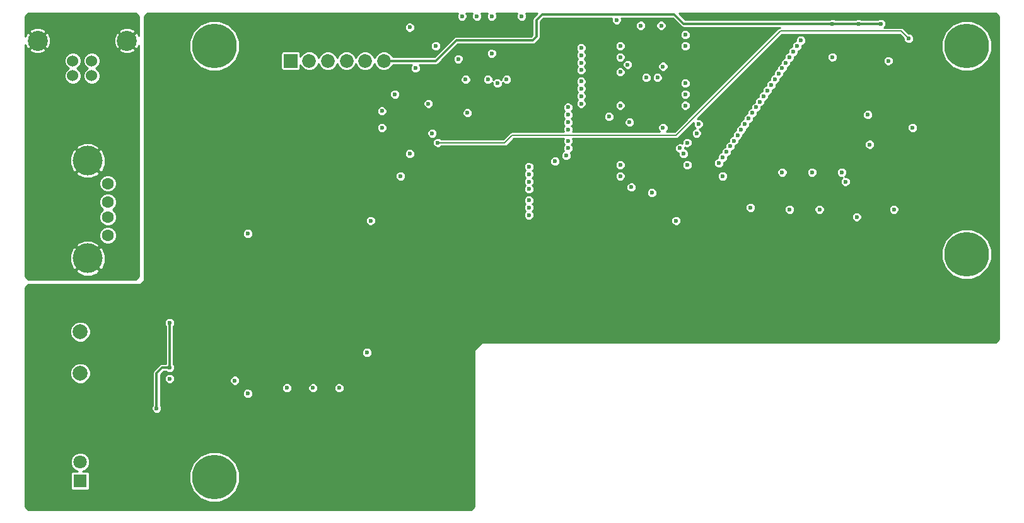
<source format=gbr>
G04 #@! TF.FileFunction,Copper,L3,Inr,Signal*
%FSLAX46Y46*%
G04 Gerber Fmt 4.6, Leading zero omitted, Abs format (unit mm)*
G04 Created by KiCad (PCBNEW 4.0.5+dfsg1-4~bpo8+1) date Mon Sep 25 13:54:36 2017*
%MOMM*%
%LPD*%
G01*
G04 APERTURE LIST*
%ADD10C,0.100000*%
%ADD11C,1.600000*%
%ADD12C,4.000000*%
%ADD13C,2.000000*%
%ADD14R,1.850000X1.850000*%
%ADD15C,1.850000*%
%ADD16C,1.524000*%
%ADD17C,2.700020*%
%ADD18C,6.000000*%
%ADD19C,1.800000*%
%ADD20R,1.800000X1.800000*%
%ADD21C,0.600000*%
%ADD22C,0.300000*%
%ADD23C,0.200000*%
%ADD24C,0.254000*%
G04 APERTURE END LIST*
D10*
D11*
X63710000Y-86500000D03*
X63710000Y-84000000D03*
X63710000Y-82000000D03*
X63710000Y-79500000D03*
D12*
X61000000Y-89570000D03*
X61000000Y-76430000D03*
D13*
X60000000Y-99456000D03*
X60000000Y-105044000D03*
D14*
X88250000Y-63000000D03*
D15*
X90750000Y-63000000D03*
X93250000Y-63000000D03*
X95750000Y-63000000D03*
X98250000Y-63000000D03*
X100750000Y-63000000D03*
D16*
X61540000Y-65000000D03*
X59000000Y-65000000D03*
X59000000Y-63001020D03*
X61540000Y-63001020D03*
D17*
X66269480Y-60301000D03*
X54270520Y-60301000D03*
D18*
X179000000Y-61000000D03*
X179000000Y-89000000D03*
X78000000Y-61000000D03*
X78000000Y-119000000D03*
D19*
X60000000Y-116960000D03*
D20*
X60000000Y-119500000D03*
D21*
X87000000Y-70250000D03*
X92500000Y-92750000D03*
X105500000Y-69750000D03*
X114750000Y-64500000D03*
X111750000Y-64500000D03*
X162250000Y-72250000D03*
X162250000Y-76250000D03*
X162250000Y-84000000D03*
X140000000Y-84500000D03*
X169250000Y-83000000D03*
X94750000Y-107000000D03*
X91250000Y-107000000D03*
X87750000Y-107000000D03*
X82500000Y-107750000D03*
X72000000Y-105750000D03*
X82500000Y-86250000D03*
X99000000Y-84500000D03*
X103000000Y-78500000D03*
X102250000Y-67500000D03*
X100500000Y-72000000D03*
X100500000Y-69750000D03*
X117250000Y-65500000D03*
X112000000Y-70000000D03*
X104250000Y-58500000D03*
X114750000Y-65500000D03*
X115250000Y-62000000D03*
X105000000Y-64000000D03*
X110750000Y-62750000D03*
X107750000Y-61000000D03*
X171750000Y-72000000D03*
X168500000Y-63000000D03*
X161000000Y-62500000D03*
X164250000Y-84000000D03*
X166000000Y-74250000D03*
X165750000Y-70250000D03*
X107250000Y-72750000D03*
X150000000Y-82750000D03*
X146250000Y-78500000D03*
X132500000Y-61000000D03*
X141250000Y-61000000D03*
X132500000Y-69000000D03*
X141250000Y-69000000D03*
X132500000Y-77000000D03*
X141500000Y-77000000D03*
X106750000Y-68750000D03*
X104250000Y-75500000D03*
X115250000Y-57000000D03*
X70250000Y-109750000D03*
X72000000Y-104250000D03*
X72000000Y-98250000D03*
X167500000Y-58000000D03*
X164500000Y-58000000D03*
X161000000Y-58000000D03*
X111250000Y-57000000D03*
X113250000Y-57000000D03*
X119250000Y-57000000D03*
X155250000Y-83000000D03*
X162750000Y-79250000D03*
X159250000Y-83000000D03*
X162250000Y-78000000D03*
X154250000Y-78000000D03*
X158250000Y-78000000D03*
X116000000Y-66000000D03*
X98500000Y-102250000D03*
X171250000Y-60000000D03*
X108000000Y-74000000D03*
X111750000Y-65500000D03*
X80750000Y-106000000D03*
X156750000Y-60250000D03*
X132000000Y-57500000D03*
X127250000Y-61250000D03*
X127250000Y-62250000D03*
X156250000Y-61000000D03*
X135250000Y-58250000D03*
X127250000Y-63250000D03*
X155750000Y-61750000D03*
X138000000Y-58250000D03*
X127250000Y-64250000D03*
X141250000Y-59500000D03*
X155250000Y-62500000D03*
X127250000Y-65750000D03*
X154750000Y-63250000D03*
X132500000Y-62500000D03*
X127250000Y-66750000D03*
X154250000Y-64000000D03*
X133500000Y-63500000D03*
X127250000Y-67750000D03*
X153750000Y-64750000D03*
X132500000Y-64500000D03*
X127250000Y-68750000D03*
X153250000Y-65500000D03*
X138250000Y-63750000D03*
X125500000Y-69250000D03*
X152750000Y-66250000D03*
X136000000Y-65250000D03*
X125500000Y-70250000D03*
X152250000Y-67000000D03*
X137500000Y-65250000D03*
X125500000Y-71250000D03*
X141250000Y-66000000D03*
X151750000Y-67750000D03*
X125500000Y-72250000D03*
X141250000Y-67500000D03*
X151250000Y-68500000D03*
X125500000Y-73750000D03*
X150750000Y-69250000D03*
X131000000Y-70500000D03*
X150250000Y-70000000D03*
X125500000Y-74750000D03*
X133750000Y-71250000D03*
X125250000Y-75750000D03*
X149750000Y-70750000D03*
X138250000Y-72000000D03*
X123750000Y-76500000D03*
X149250000Y-71500000D03*
X143000000Y-71500000D03*
X120250000Y-77250000D03*
X148750000Y-72250000D03*
X142750000Y-72750000D03*
X120250000Y-78250000D03*
X141500000Y-74000000D03*
X148250000Y-73000000D03*
X120250000Y-79250000D03*
X147750000Y-73750000D03*
X140500000Y-74750000D03*
X120250000Y-80250000D03*
X141000000Y-75500000D03*
X147250000Y-74500000D03*
X120250000Y-81750000D03*
X146750000Y-75250000D03*
X132500000Y-78500000D03*
X120250000Y-82750000D03*
X134000000Y-80000000D03*
X146250000Y-76000000D03*
X145750000Y-76750000D03*
X120250000Y-83750000D03*
X136750000Y-80750000D03*
D22*
X72000000Y-104250000D02*
X71000000Y-104250000D01*
X70250000Y-105000000D02*
X70250000Y-109750000D01*
X71000000Y-104250000D02*
X70250000Y-105000000D01*
X72000000Y-98250000D02*
X72000000Y-104250000D01*
X161000000Y-58000000D02*
X141000000Y-58000000D01*
X107750000Y-63000000D02*
X100750000Y-63000000D01*
X110500000Y-60250000D02*
X107750000Y-63000000D01*
X120750000Y-60250000D02*
X110500000Y-60250000D01*
X121250000Y-59750000D02*
X120750000Y-60250000D01*
X121250000Y-57500000D02*
X121250000Y-59750000D01*
X122000000Y-56750000D02*
X121250000Y-57500000D01*
X139750000Y-56750000D02*
X122000000Y-56750000D01*
X141000000Y-58000000D02*
X139750000Y-56750000D01*
X164500000Y-58000000D02*
X167500000Y-58000000D01*
X164500000Y-58000000D02*
X161000000Y-58000000D01*
D23*
X140000000Y-73000000D02*
X118000000Y-73000000D01*
X140000000Y-73000000D02*
X154000000Y-59000000D01*
X154000000Y-59000000D02*
X170250000Y-59000000D01*
X170250000Y-59000000D02*
X171250000Y-60000000D01*
X117000000Y-74000000D02*
X108000000Y-74000000D01*
X118000000Y-73000000D02*
X117000000Y-74000000D01*
D24*
G36*
X67873000Y-57052606D02*
X67873000Y-59648968D01*
X67740170Y-59325286D01*
X67733731Y-59315650D01*
X67494163Y-59166119D01*
X66359283Y-60301000D01*
X67494163Y-61435881D01*
X67733731Y-61286350D01*
X67873000Y-60953223D01*
X67873000Y-91947394D01*
X67447394Y-92373000D01*
X53052606Y-92373000D01*
X52627000Y-91947394D01*
X52627000Y-91263543D01*
X59396259Y-91263543D01*
X59624926Y-91570660D01*
X60495217Y-91944587D01*
X61442356Y-91957004D01*
X62322151Y-91606022D01*
X62375074Y-91570660D01*
X62603741Y-91263543D01*
X61000000Y-89659803D01*
X59396259Y-91263543D01*
X52627000Y-91263543D01*
X52627000Y-90012356D01*
X58612996Y-90012356D01*
X58963978Y-90892151D01*
X58999340Y-90945074D01*
X59306457Y-91173741D01*
X60910197Y-89570000D01*
X61089803Y-89570000D01*
X62693543Y-91173741D01*
X63000660Y-90945074D01*
X63374587Y-90074783D01*
X63387004Y-89127644D01*
X63036022Y-88247849D01*
X63000660Y-88194926D01*
X62693543Y-87966259D01*
X61089803Y-89570000D01*
X60910197Y-89570000D01*
X59306457Y-87966259D01*
X58999340Y-88194926D01*
X58625413Y-89065217D01*
X58612996Y-90012356D01*
X52627000Y-90012356D01*
X52627000Y-87876457D01*
X59396259Y-87876457D01*
X61000000Y-89480197D01*
X62603741Y-87876457D01*
X62375074Y-87569340D01*
X61504783Y-87195413D01*
X60557644Y-87182996D01*
X59677849Y-87533978D01*
X59624926Y-87569340D01*
X59396259Y-87876457D01*
X52627000Y-87876457D01*
X52627000Y-86733885D01*
X62528796Y-86733885D01*
X62708213Y-87168109D01*
X63040144Y-87500619D01*
X63474054Y-87680794D01*
X63943885Y-87681204D01*
X64378109Y-87501787D01*
X64710619Y-87169856D01*
X64890794Y-86735946D01*
X64891204Y-86266115D01*
X64711787Y-85831891D01*
X64379856Y-85499381D01*
X63945946Y-85319206D01*
X63476115Y-85318796D01*
X63041891Y-85498213D01*
X62709381Y-85830144D01*
X62529206Y-86264054D01*
X62528796Y-86733885D01*
X52627000Y-86733885D01*
X52627000Y-82233885D01*
X62528796Y-82233885D01*
X62708213Y-82668109D01*
X63039813Y-83000287D01*
X62709381Y-83330144D01*
X62529206Y-83764054D01*
X62528796Y-84233885D01*
X62708213Y-84668109D01*
X63040144Y-85000619D01*
X63474054Y-85180794D01*
X63943885Y-85181204D01*
X64378109Y-85001787D01*
X64710619Y-84669856D01*
X64890794Y-84235946D01*
X64891204Y-83766115D01*
X64711787Y-83331891D01*
X64380187Y-82999713D01*
X64710619Y-82669856D01*
X64890794Y-82235946D01*
X64891204Y-81766115D01*
X64711787Y-81331891D01*
X64379856Y-80999381D01*
X63945946Y-80819206D01*
X63476115Y-80818796D01*
X63041891Y-80998213D01*
X62709381Y-81330144D01*
X62529206Y-81764054D01*
X62528796Y-82233885D01*
X52627000Y-82233885D01*
X52627000Y-79733885D01*
X62528796Y-79733885D01*
X62708213Y-80168109D01*
X63040144Y-80500619D01*
X63474054Y-80680794D01*
X63943885Y-80681204D01*
X64378109Y-80501787D01*
X64710619Y-80169856D01*
X64890794Y-79735946D01*
X64891204Y-79266115D01*
X64711787Y-78831891D01*
X64379856Y-78499381D01*
X63945946Y-78319206D01*
X63476115Y-78318796D01*
X63041891Y-78498213D01*
X62709381Y-78830144D01*
X62529206Y-79264054D01*
X62528796Y-79733885D01*
X52627000Y-79733885D01*
X52627000Y-78123543D01*
X59396259Y-78123543D01*
X59624926Y-78430660D01*
X60495217Y-78804587D01*
X61442356Y-78817004D01*
X62322151Y-78466022D01*
X62375074Y-78430660D01*
X62603741Y-78123543D01*
X61000000Y-76519803D01*
X59396259Y-78123543D01*
X52627000Y-78123543D01*
X52627000Y-76872356D01*
X58612996Y-76872356D01*
X58963978Y-77752151D01*
X58999340Y-77805074D01*
X59306457Y-78033741D01*
X60910197Y-76430000D01*
X61089803Y-76430000D01*
X62693543Y-78033741D01*
X63000660Y-77805074D01*
X63374587Y-76934783D01*
X63387004Y-75987644D01*
X63036022Y-75107849D01*
X63000660Y-75054926D01*
X62693543Y-74826259D01*
X61089803Y-76430000D01*
X60910197Y-76430000D01*
X59306457Y-74826259D01*
X58999340Y-75054926D01*
X58625413Y-75925217D01*
X58612996Y-76872356D01*
X52627000Y-76872356D01*
X52627000Y-74736457D01*
X59396259Y-74736457D01*
X61000000Y-76340197D01*
X62603741Y-74736457D01*
X62375074Y-74429340D01*
X61504783Y-74055413D01*
X60557644Y-74042996D01*
X59677849Y-74393978D01*
X59624926Y-74429340D01*
X59396259Y-74736457D01*
X52627000Y-74736457D01*
X52627000Y-63227379D01*
X57856802Y-63227379D01*
X58030446Y-63647632D01*
X58351697Y-63969443D01*
X58426178Y-64000370D01*
X58353388Y-64030446D01*
X58031577Y-64351697D01*
X57857199Y-64771646D01*
X57856802Y-65226359D01*
X58030446Y-65646612D01*
X58351697Y-65968423D01*
X58771646Y-66142801D01*
X59226359Y-66143198D01*
X59646612Y-65969554D01*
X59968423Y-65648303D01*
X60142801Y-65228354D01*
X60143198Y-64773641D01*
X59969554Y-64353388D01*
X59648303Y-64031577D01*
X59573822Y-64000650D01*
X59646612Y-63970574D01*
X59968423Y-63649323D01*
X60142801Y-63229374D01*
X60142802Y-63227379D01*
X60396802Y-63227379D01*
X60570446Y-63647632D01*
X60891697Y-63969443D01*
X60966178Y-64000370D01*
X60893388Y-64030446D01*
X60571577Y-64351697D01*
X60397199Y-64771646D01*
X60396802Y-65226359D01*
X60570446Y-65646612D01*
X60891697Y-65968423D01*
X61311646Y-66142801D01*
X61766359Y-66143198D01*
X62186612Y-65969554D01*
X62508423Y-65648303D01*
X62682801Y-65228354D01*
X62683198Y-64773641D01*
X62509554Y-64353388D01*
X62188303Y-64031577D01*
X62113822Y-64000650D01*
X62186612Y-63970574D01*
X62508423Y-63649323D01*
X62682801Y-63229374D01*
X62683198Y-62774661D01*
X62509554Y-62354408D01*
X62188303Y-62032597D01*
X61768354Y-61858219D01*
X61313641Y-61857822D01*
X60893388Y-62031466D01*
X60571577Y-62352717D01*
X60397199Y-62772666D01*
X60396802Y-63227379D01*
X60142802Y-63227379D01*
X60143198Y-62774661D01*
X59969554Y-62354408D01*
X59648303Y-62032597D01*
X59228354Y-61858219D01*
X58773641Y-61857822D01*
X58353388Y-62031466D01*
X58031577Y-62352717D01*
X57857199Y-62772666D01*
X57856802Y-63227379D01*
X52627000Y-63227379D01*
X52627000Y-61525683D01*
X53135639Y-61525683D01*
X53285170Y-61765251D01*
X53920519Y-62030869D01*
X54609153Y-62033130D01*
X55246234Y-61771690D01*
X55255870Y-61765251D01*
X55405401Y-61525683D01*
X65134599Y-61525683D01*
X65284130Y-61765251D01*
X65919479Y-62030869D01*
X66608113Y-62033130D01*
X67245194Y-61771690D01*
X67254830Y-61765251D01*
X67404361Y-61525683D01*
X66269480Y-60390803D01*
X65134599Y-61525683D01*
X55405401Y-61525683D01*
X54270520Y-60390803D01*
X53135639Y-61525683D01*
X52627000Y-61525683D01*
X52627000Y-60855559D01*
X52799830Y-61276714D01*
X52806269Y-61286350D01*
X53045837Y-61435881D01*
X54180717Y-60301000D01*
X54360323Y-60301000D01*
X55495203Y-61435881D01*
X55734771Y-61286350D01*
X56000389Y-60651001D01*
X56000426Y-60639633D01*
X64537350Y-60639633D01*
X64798790Y-61276714D01*
X64805229Y-61286350D01*
X65044797Y-61435881D01*
X66179677Y-60301000D01*
X65044797Y-59166119D01*
X64805229Y-59315650D01*
X64539611Y-59950999D01*
X64537350Y-60639633D01*
X56000426Y-60639633D01*
X56002650Y-59962367D01*
X55741210Y-59325286D01*
X55734771Y-59315650D01*
X55495203Y-59166119D01*
X54360323Y-60301000D01*
X54180717Y-60301000D01*
X53045837Y-59166119D01*
X52806269Y-59315650D01*
X52627000Y-59744455D01*
X52627000Y-59076317D01*
X53135639Y-59076317D01*
X54270520Y-60211197D01*
X55405401Y-59076317D01*
X65134599Y-59076317D01*
X66269480Y-60211197D01*
X67404361Y-59076317D01*
X67254830Y-58836749D01*
X66619481Y-58571131D01*
X65930847Y-58568870D01*
X65293766Y-58830310D01*
X65284130Y-58836749D01*
X65134599Y-59076317D01*
X55405401Y-59076317D01*
X55255870Y-58836749D01*
X54620521Y-58571131D01*
X53931887Y-58568870D01*
X53294806Y-58830310D01*
X53285170Y-58836749D01*
X53135639Y-59076317D01*
X52627000Y-59076317D01*
X52627000Y-57052606D01*
X53052606Y-56627000D01*
X67447394Y-56627000D01*
X67873000Y-57052606D01*
X67873000Y-57052606D01*
G37*
X67873000Y-57052606D02*
X67873000Y-59648968D01*
X67740170Y-59325286D01*
X67733731Y-59315650D01*
X67494163Y-59166119D01*
X66359283Y-60301000D01*
X67494163Y-61435881D01*
X67733731Y-61286350D01*
X67873000Y-60953223D01*
X67873000Y-91947394D01*
X67447394Y-92373000D01*
X53052606Y-92373000D01*
X52627000Y-91947394D01*
X52627000Y-91263543D01*
X59396259Y-91263543D01*
X59624926Y-91570660D01*
X60495217Y-91944587D01*
X61442356Y-91957004D01*
X62322151Y-91606022D01*
X62375074Y-91570660D01*
X62603741Y-91263543D01*
X61000000Y-89659803D01*
X59396259Y-91263543D01*
X52627000Y-91263543D01*
X52627000Y-90012356D01*
X58612996Y-90012356D01*
X58963978Y-90892151D01*
X58999340Y-90945074D01*
X59306457Y-91173741D01*
X60910197Y-89570000D01*
X61089803Y-89570000D01*
X62693543Y-91173741D01*
X63000660Y-90945074D01*
X63374587Y-90074783D01*
X63387004Y-89127644D01*
X63036022Y-88247849D01*
X63000660Y-88194926D01*
X62693543Y-87966259D01*
X61089803Y-89570000D01*
X60910197Y-89570000D01*
X59306457Y-87966259D01*
X58999340Y-88194926D01*
X58625413Y-89065217D01*
X58612996Y-90012356D01*
X52627000Y-90012356D01*
X52627000Y-87876457D01*
X59396259Y-87876457D01*
X61000000Y-89480197D01*
X62603741Y-87876457D01*
X62375074Y-87569340D01*
X61504783Y-87195413D01*
X60557644Y-87182996D01*
X59677849Y-87533978D01*
X59624926Y-87569340D01*
X59396259Y-87876457D01*
X52627000Y-87876457D01*
X52627000Y-86733885D01*
X62528796Y-86733885D01*
X62708213Y-87168109D01*
X63040144Y-87500619D01*
X63474054Y-87680794D01*
X63943885Y-87681204D01*
X64378109Y-87501787D01*
X64710619Y-87169856D01*
X64890794Y-86735946D01*
X64891204Y-86266115D01*
X64711787Y-85831891D01*
X64379856Y-85499381D01*
X63945946Y-85319206D01*
X63476115Y-85318796D01*
X63041891Y-85498213D01*
X62709381Y-85830144D01*
X62529206Y-86264054D01*
X62528796Y-86733885D01*
X52627000Y-86733885D01*
X52627000Y-82233885D01*
X62528796Y-82233885D01*
X62708213Y-82668109D01*
X63039813Y-83000287D01*
X62709381Y-83330144D01*
X62529206Y-83764054D01*
X62528796Y-84233885D01*
X62708213Y-84668109D01*
X63040144Y-85000619D01*
X63474054Y-85180794D01*
X63943885Y-85181204D01*
X64378109Y-85001787D01*
X64710619Y-84669856D01*
X64890794Y-84235946D01*
X64891204Y-83766115D01*
X64711787Y-83331891D01*
X64380187Y-82999713D01*
X64710619Y-82669856D01*
X64890794Y-82235946D01*
X64891204Y-81766115D01*
X64711787Y-81331891D01*
X64379856Y-80999381D01*
X63945946Y-80819206D01*
X63476115Y-80818796D01*
X63041891Y-80998213D01*
X62709381Y-81330144D01*
X62529206Y-81764054D01*
X62528796Y-82233885D01*
X52627000Y-82233885D01*
X52627000Y-79733885D01*
X62528796Y-79733885D01*
X62708213Y-80168109D01*
X63040144Y-80500619D01*
X63474054Y-80680794D01*
X63943885Y-80681204D01*
X64378109Y-80501787D01*
X64710619Y-80169856D01*
X64890794Y-79735946D01*
X64891204Y-79266115D01*
X64711787Y-78831891D01*
X64379856Y-78499381D01*
X63945946Y-78319206D01*
X63476115Y-78318796D01*
X63041891Y-78498213D01*
X62709381Y-78830144D01*
X62529206Y-79264054D01*
X62528796Y-79733885D01*
X52627000Y-79733885D01*
X52627000Y-78123543D01*
X59396259Y-78123543D01*
X59624926Y-78430660D01*
X60495217Y-78804587D01*
X61442356Y-78817004D01*
X62322151Y-78466022D01*
X62375074Y-78430660D01*
X62603741Y-78123543D01*
X61000000Y-76519803D01*
X59396259Y-78123543D01*
X52627000Y-78123543D01*
X52627000Y-76872356D01*
X58612996Y-76872356D01*
X58963978Y-77752151D01*
X58999340Y-77805074D01*
X59306457Y-78033741D01*
X60910197Y-76430000D01*
X61089803Y-76430000D01*
X62693543Y-78033741D01*
X63000660Y-77805074D01*
X63374587Y-76934783D01*
X63387004Y-75987644D01*
X63036022Y-75107849D01*
X63000660Y-75054926D01*
X62693543Y-74826259D01*
X61089803Y-76430000D01*
X60910197Y-76430000D01*
X59306457Y-74826259D01*
X58999340Y-75054926D01*
X58625413Y-75925217D01*
X58612996Y-76872356D01*
X52627000Y-76872356D01*
X52627000Y-74736457D01*
X59396259Y-74736457D01*
X61000000Y-76340197D01*
X62603741Y-74736457D01*
X62375074Y-74429340D01*
X61504783Y-74055413D01*
X60557644Y-74042996D01*
X59677849Y-74393978D01*
X59624926Y-74429340D01*
X59396259Y-74736457D01*
X52627000Y-74736457D01*
X52627000Y-63227379D01*
X57856802Y-63227379D01*
X58030446Y-63647632D01*
X58351697Y-63969443D01*
X58426178Y-64000370D01*
X58353388Y-64030446D01*
X58031577Y-64351697D01*
X57857199Y-64771646D01*
X57856802Y-65226359D01*
X58030446Y-65646612D01*
X58351697Y-65968423D01*
X58771646Y-66142801D01*
X59226359Y-66143198D01*
X59646612Y-65969554D01*
X59968423Y-65648303D01*
X60142801Y-65228354D01*
X60143198Y-64773641D01*
X59969554Y-64353388D01*
X59648303Y-64031577D01*
X59573822Y-64000650D01*
X59646612Y-63970574D01*
X59968423Y-63649323D01*
X60142801Y-63229374D01*
X60142802Y-63227379D01*
X60396802Y-63227379D01*
X60570446Y-63647632D01*
X60891697Y-63969443D01*
X60966178Y-64000370D01*
X60893388Y-64030446D01*
X60571577Y-64351697D01*
X60397199Y-64771646D01*
X60396802Y-65226359D01*
X60570446Y-65646612D01*
X60891697Y-65968423D01*
X61311646Y-66142801D01*
X61766359Y-66143198D01*
X62186612Y-65969554D01*
X62508423Y-65648303D01*
X62682801Y-65228354D01*
X62683198Y-64773641D01*
X62509554Y-64353388D01*
X62188303Y-64031577D01*
X62113822Y-64000650D01*
X62186612Y-63970574D01*
X62508423Y-63649323D01*
X62682801Y-63229374D01*
X62683198Y-62774661D01*
X62509554Y-62354408D01*
X62188303Y-62032597D01*
X61768354Y-61858219D01*
X61313641Y-61857822D01*
X60893388Y-62031466D01*
X60571577Y-62352717D01*
X60397199Y-62772666D01*
X60396802Y-63227379D01*
X60142802Y-63227379D01*
X60143198Y-62774661D01*
X59969554Y-62354408D01*
X59648303Y-62032597D01*
X59228354Y-61858219D01*
X58773641Y-61857822D01*
X58353388Y-62031466D01*
X58031577Y-62352717D01*
X57857199Y-62772666D01*
X57856802Y-63227379D01*
X52627000Y-63227379D01*
X52627000Y-61525683D01*
X53135639Y-61525683D01*
X53285170Y-61765251D01*
X53920519Y-62030869D01*
X54609153Y-62033130D01*
X55246234Y-61771690D01*
X55255870Y-61765251D01*
X55405401Y-61525683D01*
X65134599Y-61525683D01*
X65284130Y-61765251D01*
X65919479Y-62030869D01*
X66608113Y-62033130D01*
X67245194Y-61771690D01*
X67254830Y-61765251D01*
X67404361Y-61525683D01*
X66269480Y-60390803D01*
X65134599Y-61525683D01*
X55405401Y-61525683D01*
X54270520Y-60390803D01*
X53135639Y-61525683D01*
X52627000Y-61525683D01*
X52627000Y-60855559D01*
X52799830Y-61276714D01*
X52806269Y-61286350D01*
X53045837Y-61435881D01*
X54180717Y-60301000D01*
X54360323Y-60301000D01*
X55495203Y-61435881D01*
X55734771Y-61286350D01*
X56000389Y-60651001D01*
X56000426Y-60639633D01*
X64537350Y-60639633D01*
X64798790Y-61276714D01*
X64805229Y-61286350D01*
X65044797Y-61435881D01*
X66179677Y-60301000D01*
X65044797Y-59166119D01*
X64805229Y-59315650D01*
X64539611Y-59950999D01*
X64537350Y-60639633D01*
X56000426Y-60639633D01*
X56002650Y-59962367D01*
X55741210Y-59325286D01*
X55734771Y-59315650D01*
X55495203Y-59166119D01*
X54360323Y-60301000D01*
X54180717Y-60301000D01*
X53045837Y-59166119D01*
X52806269Y-59315650D01*
X52627000Y-59744455D01*
X52627000Y-59076317D01*
X53135639Y-59076317D01*
X54270520Y-60211197D01*
X55405401Y-59076317D01*
X65134599Y-59076317D01*
X66269480Y-60211197D01*
X67404361Y-59076317D01*
X67254830Y-58836749D01*
X66619481Y-58571131D01*
X65930847Y-58568870D01*
X65293766Y-58830310D01*
X65284130Y-58836749D01*
X65134599Y-59076317D01*
X55405401Y-59076317D01*
X55255870Y-58836749D01*
X54620521Y-58571131D01*
X53931887Y-58568870D01*
X53294806Y-58830310D01*
X53285170Y-58836749D01*
X53135639Y-59076317D01*
X52627000Y-59076317D01*
X52627000Y-57052606D01*
X53052606Y-56627000D01*
X67447394Y-56627000D01*
X67873000Y-57052606D01*
G36*
X110569118Y-56863946D02*
X110568882Y-57134865D01*
X110672339Y-57385252D01*
X110863741Y-57576987D01*
X111113946Y-57680882D01*
X111384865Y-57681118D01*
X111635252Y-57577661D01*
X111826987Y-57386259D01*
X111930882Y-57136054D01*
X111931118Y-56865135D01*
X111832723Y-56627000D01*
X112667507Y-56627000D01*
X112569118Y-56863946D01*
X112568882Y-57134865D01*
X112672339Y-57385252D01*
X112863741Y-57576987D01*
X113113946Y-57680882D01*
X113384865Y-57681118D01*
X113635252Y-57577661D01*
X113826987Y-57386259D01*
X113930882Y-57136054D01*
X113931118Y-56865135D01*
X113832723Y-56627000D01*
X114667507Y-56627000D01*
X114569118Y-56863946D01*
X114568882Y-57134865D01*
X114672339Y-57385252D01*
X114863741Y-57576987D01*
X115113946Y-57680882D01*
X115384865Y-57681118D01*
X115635252Y-57577661D01*
X115826987Y-57386259D01*
X115930882Y-57136054D01*
X115931118Y-56865135D01*
X115832723Y-56627000D01*
X118667507Y-56627000D01*
X118569118Y-56863946D01*
X118568882Y-57134865D01*
X118672339Y-57385252D01*
X118863741Y-57576987D01*
X119113946Y-57680882D01*
X119384865Y-57681118D01*
X119635252Y-57577661D01*
X119826987Y-57386259D01*
X119930882Y-57136054D01*
X119931118Y-56865135D01*
X119832723Y-56627000D01*
X121372052Y-56627000D01*
X120874526Y-57124526D01*
X120759420Y-57296795D01*
X120719000Y-57500000D01*
X120719000Y-59530052D01*
X120530052Y-59719000D01*
X110500000Y-59719000D01*
X110296795Y-59759420D01*
X110124526Y-59874526D01*
X110124524Y-59874529D01*
X107530052Y-62469000D01*
X101943689Y-62469000D01*
X101857818Y-62261177D01*
X101490755Y-61893473D01*
X101010919Y-61694227D01*
X100491360Y-61693774D01*
X100011177Y-61892182D01*
X99643473Y-62259245D01*
X99499893Y-62605023D01*
X99357818Y-62261177D01*
X98990755Y-61893473D01*
X98510919Y-61694227D01*
X97991360Y-61693774D01*
X97511177Y-61892182D01*
X97143473Y-62259245D01*
X96999893Y-62605023D01*
X96857818Y-62261177D01*
X96490755Y-61893473D01*
X96010919Y-61694227D01*
X95491360Y-61693774D01*
X95011177Y-61892182D01*
X94643473Y-62259245D01*
X94499893Y-62605023D01*
X94357818Y-62261177D01*
X93990755Y-61893473D01*
X93510919Y-61694227D01*
X92991360Y-61693774D01*
X92511177Y-61892182D01*
X92143473Y-62259245D01*
X91999893Y-62605023D01*
X91857818Y-62261177D01*
X91490755Y-61893473D01*
X91010919Y-61694227D01*
X90491360Y-61693774D01*
X90011177Y-61892182D01*
X89643473Y-62259245D01*
X89563464Y-62451927D01*
X89563464Y-62075000D01*
X89536897Y-61933810D01*
X89453454Y-61804135D01*
X89326134Y-61717141D01*
X89175000Y-61686536D01*
X87325000Y-61686536D01*
X87183810Y-61713103D01*
X87054135Y-61796546D01*
X86967141Y-61923866D01*
X86936536Y-62075000D01*
X86936536Y-63925000D01*
X86963103Y-64066190D01*
X87046546Y-64195865D01*
X87173866Y-64282859D01*
X87325000Y-64313464D01*
X89175000Y-64313464D01*
X89316190Y-64286897D01*
X89445865Y-64203454D01*
X89532859Y-64076134D01*
X89563464Y-63925000D01*
X89563464Y-63548311D01*
X89642182Y-63738823D01*
X90009245Y-64106527D01*
X90489081Y-64305773D01*
X91008640Y-64306226D01*
X91488823Y-64107818D01*
X91856527Y-63740755D01*
X92000107Y-63394977D01*
X92142182Y-63738823D01*
X92509245Y-64106527D01*
X92989081Y-64305773D01*
X93508640Y-64306226D01*
X93988823Y-64107818D01*
X94356527Y-63740755D01*
X94500107Y-63394977D01*
X94642182Y-63738823D01*
X95009245Y-64106527D01*
X95489081Y-64305773D01*
X96008640Y-64306226D01*
X96488823Y-64107818D01*
X96856527Y-63740755D01*
X97000107Y-63394977D01*
X97142182Y-63738823D01*
X97509245Y-64106527D01*
X97989081Y-64305773D01*
X98508640Y-64306226D01*
X98988823Y-64107818D01*
X99356527Y-63740755D01*
X99500107Y-63394977D01*
X99642182Y-63738823D01*
X100009245Y-64106527D01*
X100489081Y-64305773D01*
X101008640Y-64306226D01*
X101488823Y-64107818D01*
X101856527Y-63740755D01*
X101943625Y-63531000D01*
X104505898Y-63531000D01*
X104423013Y-63613741D01*
X104319118Y-63863946D01*
X104318882Y-64134865D01*
X104422339Y-64385252D01*
X104613741Y-64576987D01*
X104863946Y-64680882D01*
X105134865Y-64681118D01*
X105385252Y-64577661D01*
X105576987Y-64386259D01*
X105680882Y-64136054D01*
X105681118Y-63865135D01*
X105577661Y-63614748D01*
X105494058Y-63531000D01*
X107750000Y-63531000D01*
X107953205Y-63490580D01*
X108125474Y-63375474D01*
X108616082Y-62884865D01*
X110068882Y-62884865D01*
X110172339Y-63135252D01*
X110363741Y-63326987D01*
X110613946Y-63430882D01*
X110884865Y-63431118D01*
X111135252Y-63327661D01*
X111326987Y-63136259D01*
X111430882Y-62886054D01*
X111431118Y-62615135D01*
X111327661Y-62364748D01*
X111136259Y-62173013D01*
X111044390Y-62134865D01*
X114568882Y-62134865D01*
X114672339Y-62385252D01*
X114863741Y-62576987D01*
X115113946Y-62680882D01*
X115384865Y-62681118D01*
X115635252Y-62577661D01*
X115826987Y-62386259D01*
X115930882Y-62136054D01*
X115931118Y-61865135D01*
X115827661Y-61614748D01*
X115636259Y-61423013D01*
X115544390Y-61384865D01*
X126568882Y-61384865D01*
X126672339Y-61635252D01*
X126786920Y-61750032D01*
X126673013Y-61863741D01*
X126569118Y-62113946D01*
X126568882Y-62384865D01*
X126672339Y-62635252D01*
X126786920Y-62750032D01*
X126673013Y-62863741D01*
X126569118Y-63113946D01*
X126568882Y-63384865D01*
X126672339Y-63635252D01*
X126786920Y-63750032D01*
X126673013Y-63863741D01*
X126569118Y-64113946D01*
X126568882Y-64384865D01*
X126672339Y-64635252D01*
X126863741Y-64826987D01*
X127113946Y-64930882D01*
X127384865Y-64931118D01*
X127635252Y-64827661D01*
X127826987Y-64636259D01*
X127827565Y-64634865D01*
X131818882Y-64634865D01*
X131922339Y-64885252D01*
X132113741Y-65076987D01*
X132363946Y-65180882D01*
X132634865Y-65181118D01*
X132885252Y-65077661D01*
X133076987Y-64886259D01*
X133180882Y-64636054D01*
X133181118Y-64365135D01*
X133077661Y-64114748D01*
X132886259Y-63923013D01*
X132636054Y-63819118D01*
X132365135Y-63818882D01*
X132114748Y-63922339D01*
X131923013Y-64113741D01*
X131819118Y-64363946D01*
X131818882Y-64634865D01*
X127827565Y-64634865D01*
X127930882Y-64386054D01*
X127931118Y-64115135D01*
X127827661Y-63864748D01*
X127713080Y-63749968D01*
X127826987Y-63636259D01*
X127827565Y-63634865D01*
X132818882Y-63634865D01*
X132922339Y-63885252D01*
X133113741Y-64076987D01*
X133363946Y-64180882D01*
X133634865Y-64181118D01*
X133885252Y-64077661D01*
X134076987Y-63886259D01*
X134077565Y-63884865D01*
X137568882Y-63884865D01*
X137672339Y-64135252D01*
X137863741Y-64326987D01*
X138113946Y-64430882D01*
X138384865Y-64431118D01*
X138635252Y-64327661D01*
X138826987Y-64136259D01*
X138930882Y-63886054D01*
X138931118Y-63615135D01*
X138827661Y-63364748D01*
X138636259Y-63173013D01*
X138386054Y-63069118D01*
X138115135Y-63068882D01*
X137864748Y-63172339D01*
X137673013Y-63363741D01*
X137569118Y-63613946D01*
X137568882Y-63884865D01*
X134077565Y-63884865D01*
X134180882Y-63636054D01*
X134181118Y-63365135D01*
X134077661Y-63114748D01*
X133886259Y-62923013D01*
X133636054Y-62819118D01*
X133365135Y-62818882D01*
X133114748Y-62922339D01*
X132923013Y-63113741D01*
X132819118Y-63363946D01*
X132818882Y-63634865D01*
X127827565Y-63634865D01*
X127930882Y-63386054D01*
X127931118Y-63115135D01*
X127827661Y-62864748D01*
X127713080Y-62749968D01*
X127826987Y-62636259D01*
X127827565Y-62634865D01*
X131818882Y-62634865D01*
X131922339Y-62885252D01*
X132113741Y-63076987D01*
X132363946Y-63180882D01*
X132634865Y-63181118D01*
X132885252Y-63077661D01*
X133076987Y-62886259D01*
X133180882Y-62636054D01*
X133181118Y-62365135D01*
X133077661Y-62114748D01*
X132886259Y-61923013D01*
X132636054Y-61819118D01*
X132365135Y-61818882D01*
X132114748Y-61922339D01*
X131923013Y-62113741D01*
X131819118Y-62363946D01*
X131818882Y-62634865D01*
X127827565Y-62634865D01*
X127930882Y-62386054D01*
X127931118Y-62115135D01*
X127827661Y-61864748D01*
X127713080Y-61749968D01*
X127826987Y-61636259D01*
X127930882Y-61386054D01*
X127931100Y-61134865D01*
X131818882Y-61134865D01*
X131922339Y-61385252D01*
X132113741Y-61576987D01*
X132363946Y-61680882D01*
X132634865Y-61681118D01*
X132885252Y-61577661D01*
X133076987Y-61386259D01*
X133180882Y-61136054D01*
X133180883Y-61134865D01*
X140568882Y-61134865D01*
X140672339Y-61385252D01*
X140863741Y-61576987D01*
X141113946Y-61680882D01*
X141384865Y-61681118D01*
X141635252Y-61577661D01*
X141826987Y-61386259D01*
X141930882Y-61136054D01*
X141931118Y-60865135D01*
X141827661Y-60614748D01*
X141636259Y-60423013D01*
X141386054Y-60319118D01*
X141115135Y-60318882D01*
X140864748Y-60422339D01*
X140673013Y-60613741D01*
X140569118Y-60863946D01*
X140568882Y-61134865D01*
X133180883Y-61134865D01*
X133181118Y-60865135D01*
X133077661Y-60614748D01*
X132886259Y-60423013D01*
X132636054Y-60319118D01*
X132365135Y-60318882D01*
X132114748Y-60422339D01*
X131923013Y-60613741D01*
X131819118Y-60863946D01*
X131818882Y-61134865D01*
X127931100Y-61134865D01*
X127931118Y-61115135D01*
X127827661Y-60864748D01*
X127636259Y-60673013D01*
X127386054Y-60569118D01*
X127115135Y-60568882D01*
X126864748Y-60672339D01*
X126673013Y-60863741D01*
X126569118Y-61113946D01*
X126568882Y-61384865D01*
X115544390Y-61384865D01*
X115386054Y-61319118D01*
X115115135Y-61318882D01*
X114864748Y-61422339D01*
X114673013Y-61613741D01*
X114569118Y-61863946D01*
X114568882Y-62134865D01*
X111044390Y-62134865D01*
X110886054Y-62069118D01*
X110615135Y-62068882D01*
X110364748Y-62172339D01*
X110173013Y-62363741D01*
X110069118Y-62613946D01*
X110068882Y-62884865D01*
X108616082Y-62884865D01*
X110719947Y-60781000D01*
X120750000Y-60781000D01*
X120953205Y-60740580D01*
X121125474Y-60625474D01*
X121625474Y-60125474D01*
X121740580Y-59953205D01*
X121781001Y-59750000D01*
X121781000Y-59749995D01*
X121781000Y-59634865D01*
X140568882Y-59634865D01*
X140672339Y-59885252D01*
X140863741Y-60076987D01*
X141113946Y-60180882D01*
X141384865Y-60181118D01*
X141635252Y-60077661D01*
X141826987Y-59886259D01*
X141930882Y-59636054D01*
X141931118Y-59365135D01*
X141827661Y-59114748D01*
X141636259Y-58923013D01*
X141386054Y-58819118D01*
X141115135Y-58818882D01*
X140864748Y-58922339D01*
X140673013Y-59113741D01*
X140569118Y-59363946D01*
X140568882Y-59634865D01*
X121781000Y-59634865D01*
X121781000Y-58384865D01*
X134568882Y-58384865D01*
X134672339Y-58635252D01*
X134863741Y-58826987D01*
X135113946Y-58930882D01*
X135384865Y-58931118D01*
X135635252Y-58827661D01*
X135826987Y-58636259D01*
X135930882Y-58386054D01*
X135930883Y-58384865D01*
X137318882Y-58384865D01*
X137422339Y-58635252D01*
X137613741Y-58826987D01*
X137863946Y-58930882D01*
X138134865Y-58931118D01*
X138385252Y-58827661D01*
X138576987Y-58636259D01*
X138680882Y-58386054D01*
X138681118Y-58115135D01*
X138577661Y-57864748D01*
X138386259Y-57673013D01*
X138136054Y-57569118D01*
X137865135Y-57568882D01*
X137614748Y-57672339D01*
X137423013Y-57863741D01*
X137319118Y-58113946D01*
X137318882Y-58384865D01*
X135930883Y-58384865D01*
X135931118Y-58115135D01*
X135827661Y-57864748D01*
X135636259Y-57673013D01*
X135386054Y-57569118D01*
X135115135Y-57568882D01*
X134864748Y-57672339D01*
X134673013Y-57863741D01*
X134569118Y-58113946D01*
X134568882Y-58384865D01*
X121781000Y-58384865D01*
X121781000Y-57719948D01*
X122219948Y-57281000D01*
X131353560Y-57281000D01*
X131319118Y-57363946D01*
X131318882Y-57634865D01*
X131422339Y-57885252D01*
X131613741Y-58076987D01*
X131863946Y-58180882D01*
X132134865Y-58181118D01*
X132385252Y-58077661D01*
X132576987Y-57886259D01*
X132680882Y-57636054D01*
X132681118Y-57365135D01*
X132646354Y-57281000D01*
X139530052Y-57281000D01*
X140624526Y-58375474D01*
X140796795Y-58490580D01*
X141000000Y-58531000D01*
X153939672Y-58531000D01*
X153815929Y-58555614D01*
X153696743Y-58635252D01*
X153659882Y-58659882D01*
X139800764Y-72519000D01*
X138694015Y-72519000D01*
X138826987Y-72386259D01*
X138930882Y-72136054D01*
X138931118Y-71865135D01*
X138827661Y-71614748D01*
X138636259Y-71423013D01*
X138386054Y-71319118D01*
X138115135Y-71318882D01*
X137864748Y-71422339D01*
X137673013Y-71613741D01*
X137569118Y-71863946D01*
X137568882Y-72134865D01*
X137672339Y-72385252D01*
X137805855Y-72519000D01*
X126125678Y-72519000D01*
X126180882Y-72386054D01*
X126181118Y-72115135D01*
X126077661Y-71864748D01*
X125963080Y-71749968D01*
X126076987Y-71636259D01*
X126180882Y-71386054D01*
X126180883Y-71384865D01*
X133068882Y-71384865D01*
X133172339Y-71635252D01*
X133363741Y-71826987D01*
X133613946Y-71930882D01*
X133884865Y-71931118D01*
X134135252Y-71827661D01*
X134326987Y-71636259D01*
X134430882Y-71386054D01*
X134431118Y-71115135D01*
X134327661Y-70864748D01*
X134136259Y-70673013D01*
X133886054Y-70569118D01*
X133615135Y-70568882D01*
X133364748Y-70672339D01*
X133173013Y-70863741D01*
X133069118Y-71113946D01*
X133068882Y-71384865D01*
X126180883Y-71384865D01*
X126181118Y-71115135D01*
X126077661Y-70864748D01*
X125963080Y-70749968D01*
X126076987Y-70636259D01*
X126077565Y-70634865D01*
X130318882Y-70634865D01*
X130422339Y-70885252D01*
X130613741Y-71076987D01*
X130863946Y-71180882D01*
X131134865Y-71181118D01*
X131385252Y-71077661D01*
X131576987Y-70886259D01*
X131680882Y-70636054D01*
X131681118Y-70365135D01*
X131577661Y-70114748D01*
X131386259Y-69923013D01*
X131136054Y-69819118D01*
X130865135Y-69818882D01*
X130614748Y-69922339D01*
X130423013Y-70113741D01*
X130319118Y-70363946D01*
X130318882Y-70634865D01*
X126077565Y-70634865D01*
X126180882Y-70386054D01*
X126181118Y-70115135D01*
X126077661Y-69864748D01*
X125963080Y-69749968D01*
X126076987Y-69636259D01*
X126180882Y-69386054D01*
X126181118Y-69115135D01*
X126077661Y-68864748D01*
X125886259Y-68673013D01*
X125636054Y-68569118D01*
X125365135Y-68568882D01*
X125114748Y-68672339D01*
X124923013Y-68863741D01*
X124819118Y-69113946D01*
X124818882Y-69384865D01*
X124922339Y-69635252D01*
X125036920Y-69750032D01*
X124923013Y-69863741D01*
X124819118Y-70113946D01*
X124818882Y-70384865D01*
X124922339Y-70635252D01*
X125036920Y-70750032D01*
X124923013Y-70863741D01*
X124819118Y-71113946D01*
X124818882Y-71384865D01*
X124922339Y-71635252D01*
X125036920Y-71750032D01*
X124923013Y-71863741D01*
X124819118Y-72113946D01*
X124818882Y-72384865D01*
X124874305Y-72519000D01*
X118000000Y-72519000D01*
X117815930Y-72555613D01*
X117659882Y-72659881D01*
X116800764Y-73519000D01*
X108482079Y-73519000D01*
X108386259Y-73423013D01*
X108136054Y-73319118D01*
X107865135Y-73318882D01*
X107614748Y-73422339D01*
X107423013Y-73613741D01*
X107319118Y-73863946D01*
X107318882Y-74134865D01*
X107422339Y-74385252D01*
X107613741Y-74576987D01*
X107863946Y-74680882D01*
X108134865Y-74681118D01*
X108385252Y-74577661D01*
X108482081Y-74481000D01*
X117000000Y-74481000D01*
X117184071Y-74444386D01*
X117340118Y-74340118D01*
X118199237Y-73481000D01*
X124874322Y-73481000D01*
X124819118Y-73613946D01*
X124818882Y-73884865D01*
X124922339Y-74135252D01*
X125036920Y-74250032D01*
X124923013Y-74363741D01*
X124819118Y-74613946D01*
X124818882Y-74884865D01*
X124922339Y-75135252D01*
X124931732Y-75144662D01*
X124864748Y-75172339D01*
X124673013Y-75363741D01*
X124569118Y-75613946D01*
X124568882Y-75884865D01*
X124672339Y-76135252D01*
X124863741Y-76326987D01*
X125113946Y-76430882D01*
X125384865Y-76431118D01*
X125635252Y-76327661D01*
X125826987Y-76136259D01*
X125930882Y-75886054D01*
X125931118Y-75615135D01*
X125827661Y-75364748D01*
X125818268Y-75355338D01*
X125885252Y-75327661D01*
X126076987Y-75136259D01*
X126180882Y-74886054D01*
X126180883Y-74884865D01*
X139818882Y-74884865D01*
X139922339Y-75135252D01*
X140113741Y-75326987D01*
X140319076Y-75412250D01*
X140318882Y-75634865D01*
X140422339Y-75885252D01*
X140613741Y-76076987D01*
X140863946Y-76180882D01*
X141134865Y-76181118D01*
X141385252Y-76077661D01*
X141576987Y-75886259D01*
X141680882Y-75636054D01*
X141681118Y-75365135D01*
X141577661Y-75114748D01*
X141386259Y-74923013D01*
X141180924Y-74837750D01*
X141181118Y-74615135D01*
X141176045Y-74602858D01*
X141363946Y-74680882D01*
X141634865Y-74681118D01*
X141885252Y-74577661D01*
X142076987Y-74386259D01*
X142180882Y-74136054D01*
X142181118Y-73865135D01*
X142077661Y-73614748D01*
X141886259Y-73423013D01*
X141636054Y-73319118D01*
X141365135Y-73318882D01*
X141114748Y-73422339D01*
X140923013Y-73613741D01*
X140819118Y-73863946D01*
X140818882Y-74134865D01*
X140823955Y-74147142D01*
X140636054Y-74069118D01*
X140365135Y-74068882D01*
X140114748Y-74172339D01*
X139923013Y-74363741D01*
X139819118Y-74613946D01*
X139818882Y-74884865D01*
X126180883Y-74884865D01*
X126181118Y-74615135D01*
X126077661Y-74364748D01*
X125963080Y-74249968D01*
X126076987Y-74136259D01*
X126180882Y-73886054D01*
X126181118Y-73615135D01*
X126125695Y-73481000D01*
X140000000Y-73481000D01*
X140184071Y-73444386D01*
X140340118Y-73340118D01*
X142321126Y-71359110D01*
X142319118Y-71363946D01*
X142318882Y-71634865D01*
X142422339Y-71885252D01*
X142608420Y-72071657D01*
X142364748Y-72172339D01*
X142173013Y-72363741D01*
X142069118Y-72613946D01*
X142068882Y-72884865D01*
X142172339Y-73135252D01*
X142363741Y-73326987D01*
X142613946Y-73430882D01*
X142884865Y-73431118D01*
X143135252Y-73327661D01*
X143326987Y-73136259D01*
X143430882Y-72886054D01*
X143431118Y-72615135D01*
X143327661Y-72364748D01*
X143141580Y-72178343D01*
X143385252Y-72077661D01*
X143576987Y-71886259D01*
X143680882Y-71636054D01*
X143681118Y-71365135D01*
X143577661Y-71114748D01*
X143386259Y-70923013D01*
X143136054Y-70819118D01*
X142865135Y-70818882D01*
X142858692Y-70821544D01*
X154199236Y-59481000D01*
X170050764Y-59481000D01*
X170569000Y-59999237D01*
X170568882Y-60134865D01*
X170672339Y-60385252D01*
X170863741Y-60576987D01*
X171113946Y-60680882D01*
X171384865Y-60681118D01*
X171635252Y-60577661D01*
X171826987Y-60386259D01*
X171930882Y-60136054D01*
X171931118Y-59865135D01*
X171827661Y-59614748D01*
X171636259Y-59423013D01*
X171386054Y-59319118D01*
X171249235Y-59318999D01*
X170590118Y-58659882D01*
X170434071Y-58555614D01*
X170250000Y-58519000D01*
X167944015Y-58519000D01*
X168076987Y-58386259D01*
X168180882Y-58136054D01*
X168181118Y-57865135D01*
X168077661Y-57614748D01*
X167886259Y-57423013D01*
X167636054Y-57319118D01*
X167365135Y-57318882D01*
X167114748Y-57422339D01*
X167068006Y-57469000D01*
X164932166Y-57469000D01*
X164886259Y-57423013D01*
X164636054Y-57319118D01*
X164365135Y-57318882D01*
X164114748Y-57422339D01*
X164068006Y-57469000D01*
X161432166Y-57469000D01*
X161386259Y-57423013D01*
X161136054Y-57319118D01*
X160865135Y-57318882D01*
X160614748Y-57422339D01*
X160568006Y-57469000D01*
X141219948Y-57469000D01*
X140377948Y-56627000D01*
X182947394Y-56627000D01*
X183373000Y-57052606D01*
X183373000Y-100447394D01*
X182947394Y-100873000D01*
X114000000Y-100873000D01*
X113950590Y-100883006D01*
X113910197Y-100910197D01*
X112910197Y-101910197D01*
X112882334Y-101952211D01*
X112873000Y-102000000D01*
X112873000Y-122947394D01*
X112447394Y-123373000D01*
X53052606Y-123373000D01*
X52627000Y-122947394D01*
X52627000Y-118600000D01*
X58711536Y-118600000D01*
X58711536Y-120400000D01*
X58738103Y-120541190D01*
X58821546Y-120670865D01*
X58948866Y-120757859D01*
X59100000Y-120788464D01*
X60900000Y-120788464D01*
X61041190Y-120761897D01*
X61170865Y-120678454D01*
X61257859Y-120551134D01*
X61288464Y-120400000D01*
X61288464Y-119669572D01*
X74618414Y-119669572D01*
X75132056Y-120912681D01*
X76082317Y-121864601D01*
X77324527Y-122380412D01*
X78669572Y-122381586D01*
X79912681Y-121867944D01*
X80864601Y-120917683D01*
X81380412Y-119675473D01*
X81381586Y-118330428D01*
X80867944Y-117087319D01*
X79917683Y-116135399D01*
X78675473Y-115619588D01*
X77330428Y-115618414D01*
X76087319Y-116132056D01*
X75135399Y-117082317D01*
X74619588Y-118324527D01*
X74618414Y-119669572D01*
X61288464Y-119669572D01*
X61288464Y-118600000D01*
X61261897Y-118458810D01*
X61178454Y-118329135D01*
X61051134Y-118242141D01*
X60900000Y-118211536D01*
X60325534Y-118211536D01*
X60724680Y-118046612D01*
X61085345Y-117686575D01*
X61280777Y-117215924D01*
X61281222Y-116706311D01*
X61086612Y-116235320D01*
X60726575Y-115874655D01*
X60255924Y-115679223D01*
X59746311Y-115678778D01*
X59275320Y-115873388D01*
X58914655Y-116233425D01*
X58719223Y-116704076D01*
X58718778Y-117213689D01*
X58913388Y-117684680D01*
X59273425Y-118045345D01*
X59673656Y-118211536D01*
X59100000Y-118211536D01*
X58958810Y-118238103D01*
X58829135Y-118321546D01*
X58742141Y-118448866D01*
X58711536Y-118600000D01*
X52627000Y-118600000D01*
X52627000Y-109884865D01*
X69568882Y-109884865D01*
X69672339Y-110135252D01*
X69863741Y-110326987D01*
X70113946Y-110430882D01*
X70384865Y-110431118D01*
X70635252Y-110327661D01*
X70826987Y-110136259D01*
X70930882Y-109886054D01*
X70931118Y-109615135D01*
X70827661Y-109364748D01*
X70781000Y-109318006D01*
X70781000Y-107884865D01*
X81818882Y-107884865D01*
X81922339Y-108135252D01*
X82113741Y-108326987D01*
X82363946Y-108430882D01*
X82634865Y-108431118D01*
X82885252Y-108327661D01*
X83076987Y-108136259D01*
X83180882Y-107886054D01*
X83181118Y-107615135D01*
X83077661Y-107364748D01*
X82886259Y-107173013D01*
X82794390Y-107134865D01*
X87068882Y-107134865D01*
X87172339Y-107385252D01*
X87363741Y-107576987D01*
X87613946Y-107680882D01*
X87884865Y-107681118D01*
X88135252Y-107577661D01*
X88326987Y-107386259D01*
X88430882Y-107136054D01*
X88430883Y-107134865D01*
X90568882Y-107134865D01*
X90672339Y-107385252D01*
X90863741Y-107576987D01*
X91113946Y-107680882D01*
X91384865Y-107681118D01*
X91635252Y-107577661D01*
X91826987Y-107386259D01*
X91930882Y-107136054D01*
X91930883Y-107134865D01*
X94068882Y-107134865D01*
X94172339Y-107385252D01*
X94363741Y-107576987D01*
X94613946Y-107680882D01*
X94884865Y-107681118D01*
X95135252Y-107577661D01*
X95326987Y-107386259D01*
X95430882Y-107136054D01*
X95431118Y-106865135D01*
X95327661Y-106614748D01*
X95136259Y-106423013D01*
X94886054Y-106319118D01*
X94615135Y-106318882D01*
X94364748Y-106422339D01*
X94173013Y-106613741D01*
X94069118Y-106863946D01*
X94068882Y-107134865D01*
X91930883Y-107134865D01*
X91931118Y-106865135D01*
X91827661Y-106614748D01*
X91636259Y-106423013D01*
X91386054Y-106319118D01*
X91115135Y-106318882D01*
X90864748Y-106422339D01*
X90673013Y-106613741D01*
X90569118Y-106863946D01*
X90568882Y-107134865D01*
X88430883Y-107134865D01*
X88431118Y-106865135D01*
X88327661Y-106614748D01*
X88136259Y-106423013D01*
X87886054Y-106319118D01*
X87615135Y-106318882D01*
X87364748Y-106422339D01*
X87173013Y-106613741D01*
X87069118Y-106863946D01*
X87068882Y-107134865D01*
X82794390Y-107134865D01*
X82636054Y-107069118D01*
X82365135Y-107068882D01*
X82114748Y-107172339D01*
X81923013Y-107363741D01*
X81819118Y-107613946D01*
X81818882Y-107884865D01*
X70781000Y-107884865D01*
X70781000Y-105884865D01*
X71318882Y-105884865D01*
X71422339Y-106135252D01*
X71613741Y-106326987D01*
X71863946Y-106430882D01*
X72134865Y-106431118D01*
X72385252Y-106327661D01*
X72576987Y-106136259D01*
X72577565Y-106134865D01*
X80068882Y-106134865D01*
X80172339Y-106385252D01*
X80363741Y-106576987D01*
X80613946Y-106680882D01*
X80884865Y-106681118D01*
X81135252Y-106577661D01*
X81326987Y-106386259D01*
X81430882Y-106136054D01*
X81431118Y-105865135D01*
X81327661Y-105614748D01*
X81136259Y-105423013D01*
X80886054Y-105319118D01*
X80615135Y-105318882D01*
X80364748Y-105422339D01*
X80173013Y-105613741D01*
X80069118Y-105863946D01*
X80068882Y-106134865D01*
X72577565Y-106134865D01*
X72680882Y-105886054D01*
X72681118Y-105615135D01*
X72577661Y-105364748D01*
X72386259Y-105173013D01*
X72136054Y-105069118D01*
X71865135Y-105068882D01*
X71614748Y-105172339D01*
X71423013Y-105363741D01*
X71319118Y-105613946D01*
X71318882Y-105884865D01*
X70781000Y-105884865D01*
X70781000Y-105219948D01*
X71219948Y-104781000D01*
X71567834Y-104781000D01*
X71613741Y-104826987D01*
X71863946Y-104930882D01*
X72134865Y-104931118D01*
X72385252Y-104827661D01*
X72576987Y-104636259D01*
X72680882Y-104386054D01*
X72681118Y-104115135D01*
X72577661Y-103864748D01*
X72531000Y-103818006D01*
X72531000Y-102384865D01*
X97818882Y-102384865D01*
X97922339Y-102635252D01*
X98113741Y-102826987D01*
X98363946Y-102930882D01*
X98634865Y-102931118D01*
X98885252Y-102827661D01*
X99076987Y-102636259D01*
X99180882Y-102386054D01*
X99181118Y-102115135D01*
X99077661Y-101864748D01*
X98886259Y-101673013D01*
X98636054Y-101569118D01*
X98365135Y-101568882D01*
X98114748Y-101672339D01*
X97923013Y-101863741D01*
X97819118Y-102113946D01*
X97818882Y-102384865D01*
X72531000Y-102384865D01*
X72531000Y-98682166D01*
X72576987Y-98636259D01*
X72680882Y-98386054D01*
X72681118Y-98115135D01*
X72577661Y-97864748D01*
X72386259Y-97673013D01*
X72136054Y-97569118D01*
X71865135Y-97568882D01*
X71614748Y-97672339D01*
X71423013Y-97863741D01*
X71319118Y-98113946D01*
X71318882Y-98384865D01*
X71422339Y-98635252D01*
X71469000Y-98681994D01*
X71469000Y-103719000D01*
X71000000Y-103719000D01*
X70796795Y-103759420D01*
X70624526Y-103874526D01*
X69874526Y-104624526D01*
X69759420Y-104796795D01*
X69719000Y-105000000D01*
X69719000Y-109317834D01*
X69673013Y-109363741D01*
X69569118Y-109613946D01*
X69568882Y-109884865D01*
X52627000Y-109884865D01*
X52627000Y-105317493D01*
X58618761Y-105317493D01*
X58828563Y-105825251D01*
X59216705Y-106214072D01*
X59724097Y-106424759D01*
X60273493Y-106425239D01*
X60781251Y-106215437D01*
X61170072Y-105827295D01*
X61380759Y-105319903D01*
X61381239Y-104770507D01*
X61171437Y-104262749D01*
X60783295Y-103873928D01*
X60275903Y-103663241D01*
X59726507Y-103662761D01*
X59218749Y-103872563D01*
X58829928Y-104260705D01*
X58619241Y-104768097D01*
X58618761Y-105317493D01*
X52627000Y-105317493D01*
X52627000Y-99729493D01*
X58618761Y-99729493D01*
X58828563Y-100237251D01*
X59216705Y-100626072D01*
X59724097Y-100836759D01*
X60273493Y-100837239D01*
X60781251Y-100627437D01*
X61170072Y-100239295D01*
X61380759Y-99731903D01*
X61381239Y-99182507D01*
X61171437Y-98674749D01*
X60783295Y-98285928D01*
X60275903Y-98075241D01*
X59726507Y-98074761D01*
X59218749Y-98284563D01*
X58829928Y-98672705D01*
X58619241Y-99180097D01*
X58618761Y-99729493D01*
X52627000Y-99729493D01*
X52627000Y-93552606D01*
X53052606Y-93127000D01*
X68000000Y-93127000D01*
X68049410Y-93116994D01*
X68089803Y-93089803D01*
X68589803Y-92589803D01*
X68617666Y-92547789D01*
X68627000Y-92500000D01*
X68627000Y-89669572D01*
X175618414Y-89669572D01*
X176132056Y-90912681D01*
X177082317Y-91864601D01*
X178324527Y-92380412D01*
X179669572Y-92381586D01*
X180912681Y-91867944D01*
X181864601Y-90917683D01*
X182380412Y-89675473D01*
X182381586Y-88330428D01*
X181867944Y-87087319D01*
X180917683Y-86135399D01*
X179675473Y-85619588D01*
X178330428Y-85618414D01*
X177087319Y-86132056D01*
X176135399Y-87082317D01*
X175619588Y-88324527D01*
X175618414Y-89669572D01*
X68627000Y-89669572D01*
X68627000Y-86384865D01*
X81818882Y-86384865D01*
X81922339Y-86635252D01*
X82113741Y-86826987D01*
X82363946Y-86930882D01*
X82634865Y-86931118D01*
X82885252Y-86827661D01*
X83076987Y-86636259D01*
X83180882Y-86386054D01*
X83181118Y-86115135D01*
X83077661Y-85864748D01*
X82886259Y-85673013D01*
X82636054Y-85569118D01*
X82365135Y-85568882D01*
X82114748Y-85672339D01*
X81923013Y-85863741D01*
X81819118Y-86113946D01*
X81818882Y-86384865D01*
X68627000Y-86384865D01*
X68627000Y-84634865D01*
X98318882Y-84634865D01*
X98422339Y-84885252D01*
X98613741Y-85076987D01*
X98863946Y-85180882D01*
X99134865Y-85181118D01*
X99385252Y-85077661D01*
X99576987Y-84886259D01*
X99680882Y-84636054D01*
X99680883Y-84634865D01*
X139318882Y-84634865D01*
X139422339Y-84885252D01*
X139613741Y-85076987D01*
X139863946Y-85180882D01*
X140134865Y-85181118D01*
X140385252Y-85077661D01*
X140576987Y-84886259D01*
X140680882Y-84636054D01*
X140681118Y-84365135D01*
X140585974Y-84134865D01*
X163568882Y-84134865D01*
X163672339Y-84385252D01*
X163863741Y-84576987D01*
X164113946Y-84680882D01*
X164384865Y-84681118D01*
X164635252Y-84577661D01*
X164826987Y-84386259D01*
X164930882Y-84136054D01*
X164931118Y-83865135D01*
X164827661Y-83614748D01*
X164636259Y-83423013D01*
X164386054Y-83319118D01*
X164115135Y-83318882D01*
X163864748Y-83422339D01*
X163673013Y-83613741D01*
X163569118Y-83863946D01*
X163568882Y-84134865D01*
X140585974Y-84134865D01*
X140577661Y-84114748D01*
X140386259Y-83923013D01*
X140136054Y-83819118D01*
X139865135Y-83818882D01*
X139614748Y-83922339D01*
X139423013Y-84113741D01*
X139319118Y-84363946D01*
X139318882Y-84634865D01*
X99680883Y-84634865D01*
X99681118Y-84365135D01*
X99577661Y-84114748D01*
X99386259Y-83923013D01*
X99136054Y-83819118D01*
X98865135Y-83818882D01*
X98614748Y-83922339D01*
X98423013Y-84113741D01*
X98319118Y-84363946D01*
X98318882Y-84634865D01*
X68627000Y-84634865D01*
X68627000Y-81884865D01*
X119568882Y-81884865D01*
X119672339Y-82135252D01*
X119786920Y-82250032D01*
X119673013Y-82363741D01*
X119569118Y-82613946D01*
X119568882Y-82884865D01*
X119672339Y-83135252D01*
X119786920Y-83250032D01*
X119673013Y-83363741D01*
X119569118Y-83613946D01*
X119568882Y-83884865D01*
X119672339Y-84135252D01*
X119863741Y-84326987D01*
X120113946Y-84430882D01*
X120384865Y-84431118D01*
X120635252Y-84327661D01*
X120826987Y-84136259D01*
X120930882Y-83886054D01*
X120931118Y-83615135D01*
X120827661Y-83364748D01*
X120713080Y-83249968D01*
X120826987Y-83136259D01*
X120930882Y-82886054D01*
X120930883Y-82884865D01*
X149318882Y-82884865D01*
X149422339Y-83135252D01*
X149613741Y-83326987D01*
X149863946Y-83430882D01*
X150134865Y-83431118D01*
X150385252Y-83327661D01*
X150576987Y-83136259D01*
X150577565Y-83134865D01*
X154568882Y-83134865D01*
X154672339Y-83385252D01*
X154863741Y-83576987D01*
X155113946Y-83680882D01*
X155384865Y-83681118D01*
X155635252Y-83577661D01*
X155826987Y-83386259D01*
X155930882Y-83136054D01*
X155930883Y-83134865D01*
X158568882Y-83134865D01*
X158672339Y-83385252D01*
X158863741Y-83576987D01*
X159113946Y-83680882D01*
X159384865Y-83681118D01*
X159635252Y-83577661D01*
X159826987Y-83386259D01*
X159930882Y-83136054D01*
X159930883Y-83134865D01*
X168568882Y-83134865D01*
X168672339Y-83385252D01*
X168863741Y-83576987D01*
X169113946Y-83680882D01*
X169384865Y-83681118D01*
X169635252Y-83577661D01*
X169826987Y-83386259D01*
X169930882Y-83136054D01*
X169931118Y-82865135D01*
X169827661Y-82614748D01*
X169636259Y-82423013D01*
X169386054Y-82319118D01*
X169115135Y-82318882D01*
X168864748Y-82422339D01*
X168673013Y-82613741D01*
X168569118Y-82863946D01*
X168568882Y-83134865D01*
X159930883Y-83134865D01*
X159931118Y-82865135D01*
X159827661Y-82614748D01*
X159636259Y-82423013D01*
X159386054Y-82319118D01*
X159115135Y-82318882D01*
X158864748Y-82422339D01*
X158673013Y-82613741D01*
X158569118Y-82863946D01*
X158568882Y-83134865D01*
X155930883Y-83134865D01*
X155931118Y-82865135D01*
X155827661Y-82614748D01*
X155636259Y-82423013D01*
X155386054Y-82319118D01*
X155115135Y-82318882D01*
X154864748Y-82422339D01*
X154673013Y-82613741D01*
X154569118Y-82863946D01*
X154568882Y-83134865D01*
X150577565Y-83134865D01*
X150680882Y-82886054D01*
X150681118Y-82615135D01*
X150577661Y-82364748D01*
X150386259Y-82173013D01*
X150136054Y-82069118D01*
X149865135Y-82068882D01*
X149614748Y-82172339D01*
X149423013Y-82363741D01*
X149319118Y-82613946D01*
X149318882Y-82884865D01*
X120930883Y-82884865D01*
X120931118Y-82615135D01*
X120827661Y-82364748D01*
X120713080Y-82249968D01*
X120826987Y-82136259D01*
X120930882Y-81886054D01*
X120931118Y-81615135D01*
X120827661Y-81364748D01*
X120636259Y-81173013D01*
X120386054Y-81069118D01*
X120115135Y-81068882D01*
X119864748Y-81172339D01*
X119673013Y-81363741D01*
X119569118Y-81613946D01*
X119568882Y-81884865D01*
X68627000Y-81884865D01*
X68627000Y-78634865D01*
X102318882Y-78634865D01*
X102422339Y-78885252D01*
X102613741Y-79076987D01*
X102863946Y-79180882D01*
X103134865Y-79181118D01*
X103385252Y-79077661D01*
X103576987Y-78886259D01*
X103680882Y-78636054D01*
X103681118Y-78365135D01*
X103577661Y-78114748D01*
X103386259Y-77923013D01*
X103136054Y-77819118D01*
X102865135Y-77818882D01*
X102614748Y-77922339D01*
X102423013Y-78113741D01*
X102319118Y-78363946D01*
X102318882Y-78634865D01*
X68627000Y-78634865D01*
X68627000Y-77384865D01*
X119568882Y-77384865D01*
X119672339Y-77635252D01*
X119786920Y-77750032D01*
X119673013Y-77863741D01*
X119569118Y-78113946D01*
X119568882Y-78384865D01*
X119672339Y-78635252D01*
X119786920Y-78750032D01*
X119673013Y-78863741D01*
X119569118Y-79113946D01*
X119568882Y-79384865D01*
X119672339Y-79635252D01*
X119786920Y-79750032D01*
X119673013Y-79863741D01*
X119569118Y-80113946D01*
X119568882Y-80384865D01*
X119672339Y-80635252D01*
X119863741Y-80826987D01*
X120113946Y-80930882D01*
X120384865Y-80931118D01*
X120496806Y-80884865D01*
X136068882Y-80884865D01*
X136172339Y-81135252D01*
X136363741Y-81326987D01*
X136613946Y-81430882D01*
X136884865Y-81431118D01*
X137135252Y-81327661D01*
X137326987Y-81136259D01*
X137430882Y-80886054D01*
X137431118Y-80615135D01*
X137327661Y-80364748D01*
X137136259Y-80173013D01*
X136886054Y-80069118D01*
X136615135Y-80068882D01*
X136364748Y-80172339D01*
X136173013Y-80363741D01*
X136069118Y-80613946D01*
X136068882Y-80884865D01*
X120496806Y-80884865D01*
X120635252Y-80827661D01*
X120826987Y-80636259D01*
X120930882Y-80386054D01*
X120931100Y-80134865D01*
X133318882Y-80134865D01*
X133422339Y-80385252D01*
X133613741Y-80576987D01*
X133863946Y-80680882D01*
X134134865Y-80681118D01*
X134385252Y-80577661D01*
X134576987Y-80386259D01*
X134680882Y-80136054D01*
X134681118Y-79865135D01*
X134577661Y-79614748D01*
X134386259Y-79423013D01*
X134136054Y-79319118D01*
X133865135Y-79318882D01*
X133614748Y-79422339D01*
X133423013Y-79613741D01*
X133319118Y-79863946D01*
X133318882Y-80134865D01*
X120931100Y-80134865D01*
X120931118Y-80115135D01*
X120827661Y-79864748D01*
X120713080Y-79749968D01*
X120826987Y-79636259D01*
X120930882Y-79386054D01*
X120931118Y-79115135D01*
X120827661Y-78864748D01*
X120713080Y-78749968D01*
X120826987Y-78636259D01*
X120827565Y-78634865D01*
X131818882Y-78634865D01*
X131922339Y-78885252D01*
X132113741Y-79076987D01*
X132363946Y-79180882D01*
X132634865Y-79181118D01*
X132885252Y-79077661D01*
X133076987Y-78886259D01*
X133180882Y-78636054D01*
X133180883Y-78634865D01*
X145568882Y-78634865D01*
X145672339Y-78885252D01*
X145863741Y-79076987D01*
X146113946Y-79180882D01*
X146384865Y-79181118D01*
X146635252Y-79077661D01*
X146826987Y-78886259D01*
X146930882Y-78636054D01*
X146931118Y-78365135D01*
X146835974Y-78134865D01*
X153568882Y-78134865D01*
X153672339Y-78385252D01*
X153863741Y-78576987D01*
X154113946Y-78680882D01*
X154384865Y-78681118D01*
X154635252Y-78577661D01*
X154826987Y-78386259D01*
X154930882Y-78136054D01*
X154930883Y-78134865D01*
X157568882Y-78134865D01*
X157672339Y-78385252D01*
X157863741Y-78576987D01*
X158113946Y-78680882D01*
X158384865Y-78681118D01*
X158635252Y-78577661D01*
X158826987Y-78386259D01*
X158930882Y-78136054D01*
X158930883Y-78134865D01*
X161568882Y-78134865D01*
X161672339Y-78385252D01*
X161863741Y-78576987D01*
X162113946Y-78680882D01*
X162355979Y-78681093D01*
X162173013Y-78863741D01*
X162069118Y-79113946D01*
X162068882Y-79384865D01*
X162172339Y-79635252D01*
X162363741Y-79826987D01*
X162613946Y-79930882D01*
X162884865Y-79931118D01*
X163135252Y-79827661D01*
X163326987Y-79636259D01*
X163430882Y-79386054D01*
X163431118Y-79115135D01*
X163327661Y-78864748D01*
X163136259Y-78673013D01*
X162886054Y-78569118D01*
X162644021Y-78568907D01*
X162826987Y-78386259D01*
X162930882Y-78136054D01*
X162931118Y-77865135D01*
X162827661Y-77614748D01*
X162636259Y-77423013D01*
X162386054Y-77319118D01*
X162115135Y-77318882D01*
X161864748Y-77422339D01*
X161673013Y-77613741D01*
X161569118Y-77863946D01*
X161568882Y-78134865D01*
X158930883Y-78134865D01*
X158931118Y-77865135D01*
X158827661Y-77614748D01*
X158636259Y-77423013D01*
X158386054Y-77319118D01*
X158115135Y-77318882D01*
X157864748Y-77422339D01*
X157673013Y-77613741D01*
X157569118Y-77863946D01*
X157568882Y-78134865D01*
X154930883Y-78134865D01*
X154931118Y-77865135D01*
X154827661Y-77614748D01*
X154636259Y-77423013D01*
X154386054Y-77319118D01*
X154115135Y-77318882D01*
X153864748Y-77422339D01*
X153673013Y-77613741D01*
X153569118Y-77863946D01*
X153568882Y-78134865D01*
X146835974Y-78134865D01*
X146827661Y-78114748D01*
X146636259Y-77923013D01*
X146386054Y-77819118D01*
X146115135Y-77818882D01*
X145864748Y-77922339D01*
X145673013Y-78113741D01*
X145569118Y-78363946D01*
X145568882Y-78634865D01*
X133180883Y-78634865D01*
X133181118Y-78365135D01*
X133077661Y-78114748D01*
X132886259Y-77923013D01*
X132636054Y-77819118D01*
X132365135Y-77818882D01*
X132114748Y-77922339D01*
X131923013Y-78113741D01*
X131819118Y-78363946D01*
X131818882Y-78634865D01*
X120827565Y-78634865D01*
X120930882Y-78386054D01*
X120931118Y-78115135D01*
X120827661Y-77864748D01*
X120713080Y-77749968D01*
X120826987Y-77636259D01*
X120930882Y-77386054D01*
X120931118Y-77115135D01*
X120827661Y-76864748D01*
X120636259Y-76673013D01*
X120544390Y-76634865D01*
X123068882Y-76634865D01*
X123172339Y-76885252D01*
X123363741Y-77076987D01*
X123613946Y-77180882D01*
X123884865Y-77181118D01*
X123996806Y-77134865D01*
X131818882Y-77134865D01*
X131922339Y-77385252D01*
X132113741Y-77576987D01*
X132363946Y-77680882D01*
X132634865Y-77681118D01*
X132885252Y-77577661D01*
X133076987Y-77386259D01*
X133180882Y-77136054D01*
X133180883Y-77134865D01*
X140818882Y-77134865D01*
X140922339Y-77385252D01*
X141113741Y-77576987D01*
X141363946Y-77680882D01*
X141634865Y-77681118D01*
X141885252Y-77577661D01*
X142076987Y-77386259D01*
X142180882Y-77136054D01*
X142181100Y-76884865D01*
X145068882Y-76884865D01*
X145172339Y-77135252D01*
X145363741Y-77326987D01*
X145613946Y-77430882D01*
X145884865Y-77431118D01*
X146135252Y-77327661D01*
X146326987Y-77136259D01*
X146430882Y-76886054D01*
X146431077Y-76662024D01*
X146635252Y-76577661D01*
X146826987Y-76386259D01*
X146930882Y-76136054D01*
X146931077Y-75912024D01*
X147135252Y-75827661D01*
X147326987Y-75636259D01*
X147430882Y-75386054D01*
X147431077Y-75162024D01*
X147635252Y-75077661D01*
X147826987Y-74886259D01*
X147930882Y-74636054D01*
X147931077Y-74412024D01*
X147996807Y-74384865D01*
X165318882Y-74384865D01*
X165422339Y-74635252D01*
X165613741Y-74826987D01*
X165863946Y-74930882D01*
X166134865Y-74931118D01*
X166385252Y-74827661D01*
X166576987Y-74636259D01*
X166680882Y-74386054D01*
X166681118Y-74115135D01*
X166577661Y-73864748D01*
X166386259Y-73673013D01*
X166136054Y-73569118D01*
X165865135Y-73568882D01*
X165614748Y-73672339D01*
X165423013Y-73863741D01*
X165319118Y-74113946D01*
X165318882Y-74384865D01*
X147996807Y-74384865D01*
X148135252Y-74327661D01*
X148326987Y-74136259D01*
X148430882Y-73886054D01*
X148431077Y-73662024D01*
X148635252Y-73577661D01*
X148826987Y-73386259D01*
X148930882Y-73136054D01*
X148931077Y-72912024D01*
X149135252Y-72827661D01*
X149326987Y-72636259D01*
X149430882Y-72386054D01*
X149431077Y-72162024D01*
X149496807Y-72134865D01*
X171068882Y-72134865D01*
X171172339Y-72385252D01*
X171363741Y-72576987D01*
X171613946Y-72680882D01*
X171884865Y-72681118D01*
X172135252Y-72577661D01*
X172326987Y-72386259D01*
X172430882Y-72136054D01*
X172431118Y-71865135D01*
X172327661Y-71614748D01*
X172136259Y-71423013D01*
X171886054Y-71319118D01*
X171615135Y-71318882D01*
X171364748Y-71422339D01*
X171173013Y-71613741D01*
X171069118Y-71863946D01*
X171068882Y-72134865D01*
X149496807Y-72134865D01*
X149635252Y-72077661D01*
X149826987Y-71886259D01*
X149930882Y-71636054D01*
X149931077Y-71412024D01*
X150135252Y-71327661D01*
X150326987Y-71136259D01*
X150430882Y-70886054D01*
X150431077Y-70662024D01*
X150635252Y-70577661D01*
X150826987Y-70386259D01*
X150827565Y-70384865D01*
X165068882Y-70384865D01*
X165172339Y-70635252D01*
X165363741Y-70826987D01*
X165613946Y-70930882D01*
X165884865Y-70931118D01*
X166135252Y-70827661D01*
X166326987Y-70636259D01*
X166430882Y-70386054D01*
X166431118Y-70115135D01*
X166327661Y-69864748D01*
X166136259Y-69673013D01*
X165886054Y-69569118D01*
X165615135Y-69568882D01*
X165364748Y-69672339D01*
X165173013Y-69863741D01*
X165069118Y-70113946D01*
X165068882Y-70384865D01*
X150827565Y-70384865D01*
X150930882Y-70136054D01*
X150931077Y-69912024D01*
X151135252Y-69827661D01*
X151326987Y-69636259D01*
X151430882Y-69386054D01*
X151431077Y-69162024D01*
X151635252Y-69077661D01*
X151826987Y-68886259D01*
X151930882Y-68636054D01*
X151931077Y-68412024D01*
X152135252Y-68327661D01*
X152326987Y-68136259D01*
X152430882Y-67886054D01*
X152431077Y-67662024D01*
X152635252Y-67577661D01*
X152826987Y-67386259D01*
X152930882Y-67136054D01*
X152931077Y-66912024D01*
X153135252Y-66827661D01*
X153326987Y-66636259D01*
X153430882Y-66386054D01*
X153431077Y-66162024D01*
X153635252Y-66077661D01*
X153826987Y-65886259D01*
X153930882Y-65636054D01*
X153931077Y-65412024D01*
X154135252Y-65327661D01*
X154326987Y-65136259D01*
X154430882Y-64886054D01*
X154431077Y-64662024D01*
X154635252Y-64577661D01*
X154826987Y-64386259D01*
X154930882Y-64136054D01*
X154931077Y-63912024D01*
X155135252Y-63827661D01*
X155326987Y-63636259D01*
X155430882Y-63386054D01*
X155431077Y-63162024D01*
X155635252Y-63077661D01*
X155826987Y-62886259D01*
X155930882Y-62636054D01*
X155930883Y-62634865D01*
X160318882Y-62634865D01*
X160422339Y-62885252D01*
X160613741Y-63076987D01*
X160863946Y-63180882D01*
X161134865Y-63181118D01*
X161246806Y-63134865D01*
X167818882Y-63134865D01*
X167922339Y-63385252D01*
X168113741Y-63576987D01*
X168363946Y-63680882D01*
X168634865Y-63681118D01*
X168885252Y-63577661D01*
X169076987Y-63386259D01*
X169180882Y-63136054D01*
X169181118Y-62865135D01*
X169077661Y-62614748D01*
X168886259Y-62423013D01*
X168636054Y-62319118D01*
X168365135Y-62318882D01*
X168114748Y-62422339D01*
X167923013Y-62613741D01*
X167819118Y-62863946D01*
X167818882Y-63134865D01*
X161246806Y-63134865D01*
X161385252Y-63077661D01*
X161576987Y-62886259D01*
X161680882Y-62636054D01*
X161681118Y-62365135D01*
X161577661Y-62114748D01*
X161386259Y-61923013D01*
X161136054Y-61819118D01*
X160865135Y-61818882D01*
X160614748Y-61922339D01*
X160423013Y-62113741D01*
X160319118Y-62363946D01*
X160318882Y-62634865D01*
X155930883Y-62634865D01*
X155931077Y-62412024D01*
X156135252Y-62327661D01*
X156326987Y-62136259D01*
X156430882Y-61886054D01*
X156431070Y-61669572D01*
X175618414Y-61669572D01*
X176132056Y-62912681D01*
X177082317Y-63864601D01*
X178324527Y-64380412D01*
X179669572Y-64381586D01*
X180912681Y-63867944D01*
X181864601Y-62917683D01*
X182380412Y-61675473D01*
X182381586Y-60330428D01*
X181867944Y-59087319D01*
X180917683Y-58135399D01*
X179675473Y-57619588D01*
X178330428Y-57618414D01*
X177087319Y-58132056D01*
X176135399Y-59082317D01*
X175619588Y-60324527D01*
X175618414Y-61669572D01*
X156431070Y-61669572D01*
X156431077Y-61662024D01*
X156635252Y-61577661D01*
X156826987Y-61386259D01*
X156930882Y-61136054D01*
X156931077Y-60912024D01*
X157135252Y-60827661D01*
X157326987Y-60636259D01*
X157430882Y-60386054D01*
X157431118Y-60115135D01*
X157327661Y-59864748D01*
X157136259Y-59673013D01*
X156886054Y-59569118D01*
X156615135Y-59568882D01*
X156364748Y-59672339D01*
X156173013Y-59863741D01*
X156069118Y-60113946D01*
X156068923Y-60337976D01*
X155864748Y-60422339D01*
X155673013Y-60613741D01*
X155569118Y-60863946D01*
X155568923Y-61087976D01*
X155364748Y-61172339D01*
X155173013Y-61363741D01*
X155069118Y-61613946D01*
X155068923Y-61837976D01*
X154864748Y-61922339D01*
X154673013Y-62113741D01*
X154569118Y-62363946D01*
X154568923Y-62587976D01*
X154364748Y-62672339D01*
X154173013Y-62863741D01*
X154069118Y-63113946D01*
X154068923Y-63337976D01*
X153864748Y-63422339D01*
X153673013Y-63613741D01*
X153569118Y-63863946D01*
X153568923Y-64087976D01*
X153364748Y-64172339D01*
X153173013Y-64363741D01*
X153069118Y-64613946D01*
X153068923Y-64837976D01*
X152864748Y-64922339D01*
X152673013Y-65113741D01*
X152569118Y-65363946D01*
X152568923Y-65587976D01*
X152364748Y-65672339D01*
X152173013Y-65863741D01*
X152069118Y-66113946D01*
X152068923Y-66337976D01*
X151864748Y-66422339D01*
X151673013Y-66613741D01*
X151569118Y-66863946D01*
X151568923Y-67087976D01*
X151364748Y-67172339D01*
X151173013Y-67363741D01*
X151069118Y-67613946D01*
X151068923Y-67837976D01*
X150864748Y-67922339D01*
X150673013Y-68113741D01*
X150569118Y-68363946D01*
X150568923Y-68587976D01*
X150364748Y-68672339D01*
X150173013Y-68863741D01*
X150069118Y-69113946D01*
X150068923Y-69337976D01*
X149864748Y-69422339D01*
X149673013Y-69613741D01*
X149569118Y-69863946D01*
X149568923Y-70087976D01*
X149364748Y-70172339D01*
X149173013Y-70363741D01*
X149069118Y-70613946D01*
X149068923Y-70837976D01*
X148864748Y-70922339D01*
X148673013Y-71113741D01*
X148569118Y-71363946D01*
X148568923Y-71587976D01*
X148364748Y-71672339D01*
X148173013Y-71863741D01*
X148069118Y-72113946D01*
X148068923Y-72337976D01*
X147864748Y-72422339D01*
X147673013Y-72613741D01*
X147569118Y-72863946D01*
X147568923Y-73087976D01*
X147364748Y-73172339D01*
X147173013Y-73363741D01*
X147069118Y-73613946D01*
X147068923Y-73837976D01*
X146864748Y-73922339D01*
X146673013Y-74113741D01*
X146569118Y-74363946D01*
X146568923Y-74587976D01*
X146364748Y-74672339D01*
X146173013Y-74863741D01*
X146069118Y-75113946D01*
X146068923Y-75337976D01*
X145864748Y-75422339D01*
X145673013Y-75613741D01*
X145569118Y-75863946D01*
X145568923Y-76087976D01*
X145364748Y-76172339D01*
X145173013Y-76363741D01*
X145069118Y-76613946D01*
X145068882Y-76884865D01*
X142181100Y-76884865D01*
X142181118Y-76865135D01*
X142077661Y-76614748D01*
X141886259Y-76423013D01*
X141636054Y-76319118D01*
X141365135Y-76318882D01*
X141114748Y-76422339D01*
X140923013Y-76613741D01*
X140819118Y-76863946D01*
X140818882Y-77134865D01*
X133180883Y-77134865D01*
X133181118Y-76865135D01*
X133077661Y-76614748D01*
X132886259Y-76423013D01*
X132636054Y-76319118D01*
X132365135Y-76318882D01*
X132114748Y-76422339D01*
X131923013Y-76613741D01*
X131819118Y-76863946D01*
X131818882Y-77134865D01*
X123996806Y-77134865D01*
X124135252Y-77077661D01*
X124326987Y-76886259D01*
X124430882Y-76636054D01*
X124431118Y-76365135D01*
X124327661Y-76114748D01*
X124136259Y-75923013D01*
X123886054Y-75819118D01*
X123615135Y-75818882D01*
X123364748Y-75922339D01*
X123173013Y-76113741D01*
X123069118Y-76363946D01*
X123068882Y-76634865D01*
X120544390Y-76634865D01*
X120386054Y-76569118D01*
X120115135Y-76568882D01*
X119864748Y-76672339D01*
X119673013Y-76863741D01*
X119569118Y-77113946D01*
X119568882Y-77384865D01*
X68627000Y-77384865D01*
X68627000Y-75634865D01*
X103568882Y-75634865D01*
X103672339Y-75885252D01*
X103863741Y-76076987D01*
X104113946Y-76180882D01*
X104384865Y-76181118D01*
X104635252Y-76077661D01*
X104826987Y-75886259D01*
X104930882Y-75636054D01*
X104931118Y-75365135D01*
X104827661Y-75114748D01*
X104636259Y-74923013D01*
X104386054Y-74819118D01*
X104115135Y-74818882D01*
X103864748Y-74922339D01*
X103673013Y-75113741D01*
X103569118Y-75363946D01*
X103568882Y-75634865D01*
X68627000Y-75634865D01*
X68627000Y-72884865D01*
X106568882Y-72884865D01*
X106672339Y-73135252D01*
X106863741Y-73326987D01*
X107113946Y-73430882D01*
X107384865Y-73431118D01*
X107635252Y-73327661D01*
X107826987Y-73136259D01*
X107930882Y-72886054D01*
X107931118Y-72615135D01*
X107827661Y-72364748D01*
X107636259Y-72173013D01*
X107386054Y-72069118D01*
X107115135Y-72068882D01*
X106864748Y-72172339D01*
X106673013Y-72363741D01*
X106569118Y-72613946D01*
X106568882Y-72884865D01*
X68627000Y-72884865D01*
X68627000Y-72134865D01*
X99818882Y-72134865D01*
X99922339Y-72385252D01*
X100113741Y-72576987D01*
X100363946Y-72680882D01*
X100634865Y-72681118D01*
X100885252Y-72577661D01*
X101076987Y-72386259D01*
X101180882Y-72136054D01*
X101181118Y-71865135D01*
X101077661Y-71614748D01*
X100886259Y-71423013D01*
X100636054Y-71319118D01*
X100365135Y-71318882D01*
X100114748Y-71422339D01*
X99923013Y-71613741D01*
X99819118Y-71863946D01*
X99818882Y-72134865D01*
X68627000Y-72134865D01*
X68627000Y-69884865D01*
X99818882Y-69884865D01*
X99922339Y-70135252D01*
X100113741Y-70326987D01*
X100363946Y-70430882D01*
X100634865Y-70431118D01*
X100885252Y-70327661D01*
X101076987Y-70136259D01*
X101077565Y-70134865D01*
X111318882Y-70134865D01*
X111422339Y-70385252D01*
X111613741Y-70576987D01*
X111863946Y-70680882D01*
X112134865Y-70681118D01*
X112385252Y-70577661D01*
X112576987Y-70386259D01*
X112680882Y-70136054D01*
X112681118Y-69865135D01*
X112577661Y-69614748D01*
X112386259Y-69423013D01*
X112136054Y-69319118D01*
X111865135Y-69318882D01*
X111614748Y-69422339D01*
X111423013Y-69613741D01*
X111319118Y-69863946D01*
X111318882Y-70134865D01*
X101077565Y-70134865D01*
X101180882Y-69886054D01*
X101181118Y-69615135D01*
X101077661Y-69364748D01*
X100886259Y-69173013D01*
X100636054Y-69069118D01*
X100365135Y-69068882D01*
X100114748Y-69172339D01*
X99923013Y-69363741D01*
X99819118Y-69613946D01*
X99818882Y-69884865D01*
X68627000Y-69884865D01*
X68627000Y-68884865D01*
X106068882Y-68884865D01*
X106172339Y-69135252D01*
X106363741Y-69326987D01*
X106613946Y-69430882D01*
X106884865Y-69431118D01*
X107135252Y-69327661D01*
X107326987Y-69136259D01*
X107430882Y-68886054D01*
X107431118Y-68615135D01*
X107327661Y-68364748D01*
X107136259Y-68173013D01*
X106886054Y-68069118D01*
X106615135Y-68068882D01*
X106364748Y-68172339D01*
X106173013Y-68363741D01*
X106069118Y-68613946D01*
X106068882Y-68884865D01*
X68627000Y-68884865D01*
X68627000Y-67634865D01*
X101568882Y-67634865D01*
X101672339Y-67885252D01*
X101863741Y-68076987D01*
X102113946Y-68180882D01*
X102384865Y-68181118D01*
X102635252Y-68077661D01*
X102826987Y-67886259D01*
X102930882Y-67636054D01*
X102931118Y-67365135D01*
X102827661Y-67114748D01*
X102636259Y-66923013D01*
X102386054Y-66819118D01*
X102115135Y-66818882D01*
X101864748Y-66922339D01*
X101673013Y-67113741D01*
X101569118Y-67363946D01*
X101568882Y-67634865D01*
X68627000Y-67634865D01*
X68627000Y-65634865D01*
X111068882Y-65634865D01*
X111172339Y-65885252D01*
X111363741Y-66076987D01*
X111613946Y-66180882D01*
X111884865Y-66181118D01*
X112135252Y-66077661D01*
X112326987Y-65886259D01*
X112430882Y-65636054D01*
X112430883Y-65634865D01*
X114068882Y-65634865D01*
X114172339Y-65885252D01*
X114363741Y-66076987D01*
X114613946Y-66180882D01*
X114884865Y-66181118D01*
X115135252Y-66077661D01*
X115319092Y-65894141D01*
X115318882Y-66134865D01*
X115422339Y-66385252D01*
X115613741Y-66576987D01*
X115863946Y-66680882D01*
X116134865Y-66681118D01*
X116385252Y-66577661D01*
X116576987Y-66386259D01*
X116680882Y-66136054D01*
X116681093Y-65894021D01*
X116863741Y-66076987D01*
X117113946Y-66180882D01*
X117384865Y-66181118D01*
X117635252Y-66077661D01*
X117826987Y-65886259D01*
X117827565Y-65884865D01*
X126568882Y-65884865D01*
X126672339Y-66135252D01*
X126786920Y-66250032D01*
X126673013Y-66363741D01*
X126569118Y-66613946D01*
X126568882Y-66884865D01*
X126672339Y-67135252D01*
X126786920Y-67250032D01*
X126673013Y-67363741D01*
X126569118Y-67613946D01*
X126568882Y-67884865D01*
X126672339Y-68135252D01*
X126786920Y-68250032D01*
X126673013Y-68363741D01*
X126569118Y-68613946D01*
X126568882Y-68884865D01*
X126672339Y-69135252D01*
X126863741Y-69326987D01*
X127113946Y-69430882D01*
X127384865Y-69431118D01*
X127635252Y-69327661D01*
X127826987Y-69136259D01*
X127827565Y-69134865D01*
X131818882Y-69134865D01*
X131922339Y-69385252D01*
X132113741Y-69576987D01*
X132363946Y-69680882D01*
X132634865Y-69681118D01*
X132885252Y-69577661D01*
X133076987Y-69386259D01*
X133180882Y-69136054D01*
X133180883Y-69134865D01*
X140568882Y-69134865D01*
X140672339Y-69385252D01*
X140863741Y-69576987D01*
X141113946Y-69680882D01*
X141384865Y-69681118D01*
X141635252Y-69577661D01*
X141826987Y-69386259D01*
X141930882Y-69136054D01*
X141931118Y-68865135D01*
X141827661Y-68614748D01*
X141636259Y-68423013D01*
X141386054Y-68319118D01*
X141115135Y-68318882D01*
X140864748Y-68422339D01*
X140673013Y-68613741D01*
X140569118Y-68863946D01*
X140568882Y-69134865D01*
X133180883Y-69134865D01*
X133181118Y-68865135D01*
X133077661Y-68614748D01*
X132886259Y-68423013D01*
X132636054Y-68319118D01*
X132365135Y-68318882D01*
X132114748Y-68422339D01*
X131923013Y-68613741D01*
X131819118Y-68863946D01*
X131818882Y-69134865D01*
X127827565Y-69134865D01*
X127930882Y-68886054D01*
X127931118Y-68615135D01*
X127827661Y-68364748D01*
X127713080Y-68249968D01*
X127826987Y-68136259D01*
X127930882Y-67886054D01*
X127931100Y-67634865D01*
X140568882Y-67634865D01*
X140672339Y-67885252D01*
X140863741Y-68076987D01*
X141113946Y-68180882D01*
X141384865Y-68181118D01*
X141635252Y-68077661D01*
X141826987Y-67886259D01*
X141930882Y-67636054D01*
X141931118Y-67365135D01*
X141827661Y-67114748D01*
X141636259Y-66923013D01*
X141386054Y-66819118D01*
X141115135Y-66818882D01*
X140864748Y-66922339D01*
X140673013Y-67113741D01*
X140569118Y-67363946D01*
X140568882Y-67634865D01*
X127931100Y-67634865D01*
X127931118Y-67615135D01*
X127827661Y-67364748D01*
X127713080Y-67249968D01*
X127826987Y-67136259D01*
X127930882Y-66886054D01*
X127931118Y-66615135D01*
X127827661Y-66364748D01*
X127713080Y-66249968D01*
X127826987Y-66136259D01*
X127827565Y-66134865D01*
X140568882Y-66134865D01*
X140672339Y-66385252D01*
X140863741Y-66576987D01*
X141113946Y-66680882D01*
X141384865Y-66681118D01*
X141635252Y-66577661D01*
X141826987Y-66386259D01*
X141930882Y-66136054D01*
X141931118Y-65865135D01*
X141827661Y-65614748D01*
X141636259Y-65423013D01*
X141386054Y-65319118D01*
X141115135Y-65318882D01*
X140864748Y-65422339D01*
X140673013Y-65613741D01*
X140569118Y-65863946D01*
X140568882Y-66134865D01*
X127827565Y-66134865D01*
X127930882Y-65886054D01*
X127931118Y-65615135D01*
X127835974Y-65384865D01*
X135318882Y-65384865D01*
X135422339Y-65635252D01*
X135613741Y-65826987D01*
X135863946Y-65930882D01*
X136134865Y-65931118D01*
X136385252Y-65827661D01*
X136576987Y-65636259D01*
X136680882Y-65386054D01*
X136680883Y-65384865D01*
X136818882Y-65384865D01*
X136922339Y-65635252D01*
X137113741Y-65826987D01*
X137363946Y-65930882D01*
X137634865Y-65931118D01*
X137885252Y-65827661D01*
X138076987Y-65636259D01*
X138180882Y-65386054D01*
X138181118Y-65115135D01*
X138077661Y-64864748D01*
X137886259Y-64673013D01*
X137636054Y-64569118D01*
X137365135Y-64568882D01*
X137114748Y-64672339D01*
X136923013Y-64863741D01*
X136819118Y-65113946D01*
X136818882Y-65384865D01*
X136680883Y-65384865D01*
X136681118Y-65115135D01*
X136577661Y-64864748D01*
X136386259Y-64673013D01*
X136136054Y-64569118D01*
X135865135Y-64568882D01*
X135614748Y-64672339D01*
X135423013Y-64863741D01*
X135319118Y-65113946D01*
X135318882Y-65384865D01*
X127835974Y-65384865D01*
X127827661Y-65364748D01*
X127636259Y-65173013D01*
X127386054Y-65069118D01*
X127115135Y-65068882D01*
X126864748Y-65172339D01*
X126673013Y-65363741D01*
X126569118Y-65613946D01*
X126568882Y-65884865D01*
X117827565Y-65884865D01*
X117930882Y-65636054D01*
X117931118Y-65365135D01*
X117827661Y-65114748D01*
X117636259Y-64923013D01*
X117386054Y-64819118D01*
X117115135Y-64818882D01*
X116864748Y-64922339D01*
X116673013Y-65113741D01*
X116569118Y-65363946D01*
X116568907Y-65605979D01*
X116386259Y-65423013D01*
X116136054Y-65319118D01*
X115865135Y-65318882D01*
X115614748Y-65422339D01*
X115430908Y-65605859D01*
X115431118Y-65365135D01*
X115327661Y-65114748D01*
X115136259Y-64923013D01*
X114886054Y-64819118D01*
X114615135Y-64818882D01*
X114364748Y-64922339D01*
X114173013Y-65113741D01*
X114069118Y-65363946D01*
X114068882Y-65634865D01*
X112430883Y-65634865D01*
X112431118Y-65365135D01*
X112327661Y-65114748D01*
X112136259Y-64923013D01*
X111886054Y-64819118D01*
X111615135Y-64818882D01*
X111364748Y-64922339D01*
X111173013Y-65113741D01*
X111069118Y-65363946D01*
X111068882Y-65634865D01*
X68627000Y-65634865D01*
X68627000Y-61669572D01*
X74618414Y-61669572D01*
X75132056Y-62912681D01*
X76082317Y-63864601D01*
X77324527Y-64380412D01*
X78669572Y-64381586D01*
X79912681Y-63867944D01*
X80864601Y-62917683D01*
X81380412Y-61675473D01*
X81380883Y-61134865D01*
X107068882Y-61134865D01*
X107172339Y-61385252D01*
X107363741Y-61576987D01*
X107613946Y-61680882D01*
X107884865Y-61681118D01*
X108135252Y-61577661D01*
X108326987Y-61386259D01*
X108430882Y-61136054D01*
X108431118Y-60865135D01*
X108327661Y-60614748D01*
X108136259Y-60423013D01*
X107886054Y-60319118D01*
X107615135Y-60318882D01*
X107364748Y-60422339D01*
X107173013Y-60613741D01*
X107069118Y-60863946D01*
X107068882Y-61134865D01*
X81380883Y-61134865D01*
X81381586Y-60330428D01*
X80867944Y-59087319D01*
X80416279Y-58634865D01*
X103568882Y-58634865D01*
X103672339Y-58885252D01*
X103863741Y-59076987D01*
X104113946Y-59180882D01*
X104384865Y-59181118D01*
X104635252Y-59077661D01*
X104826987Y-58886259D01*
X104930882Y-58636054D01*
X104931118Y-58365135D01*
X104827661Y-58114748D01*
X104636259Y-57923013D01*
X104386054Y-57819118D01*
X104115135Y-57818882D01*
X103864748Y-57922339D01*
X103673013Y-58113741D01*
X103569118Y-58363946D01*
X103568882Y-58634865D01*
X80416279Y-58634865D01*
X79917683Y-58135399D01*
X78675473Y-57619588D01*
X77330428Y-57618414D01*
X76087319Y-58132056D01*
X75135399Y-59082317D01*
X74619588Y-60324527D01*
X74618414Y-61669572D01*
X68627000Y-61669572D01*
X68627000Y-57052606D01*
X69052606Y-56627000D01*
X110667507Y-56627000D01*
X110569118Y-56863946D01*
X110569118Y-56863946D01*
G37*
X110569118Y-56863946D02*
X110568882Y-57134865D01*
X110672339Y-57385252D01*
X110863741Y-57576987D01*
X111113946Y-57680882D01*
X111384865Y-57681118D01*
X111635252Y-57577661D01*
X111826987Y-57386259D01*
X111930882Y-57136054D01*
X111931118Y-56865135D01*
X111832723Y-56627000D01*
X112667507Y-56627000D01*
X112569118Y-56863946D01*
X112568882Y-57134865D01*
X112672339Y-57385252D01*
X112863741Y-57576987D01*
X113113946Y-57680882D01*
X113384865Y-57681118D01*
X113635252Y-57577661D01*
X113826987Y-57386259D01*
X113930882Y-57136054D01*
X113931118Y-56865135D01*
X113832723Y-56627000D01*
X114667507Y-56627000D01*
X114569118Y-56863946D01*
X114568882Y-57134865D01*
X114672339Y-57385252D01*
X114863741Y-57576987D01*
X115113946Y-57680882D01*
X115384865Y-57681118D01*
X115635252Y-57577661D01*
X115826987Y-57386259D01*
X115930882Y-57136054D01*
X115931118Y-56865135D01*
X115832723Y-56627000D01*
X118667507Y-56627000D01*
X118569118Y-56863946D01*
X118568882Y-57134865D01*
X118672339Y-57385252D01*
X118863741Y-57576987D01*
X119113946Y-57680882D01*
X119384865Y-57681118D01*
X119635252Y-57577661D01*
X119826987Y-57386259D01*
X119930882Y-57136054D01*
X119931118Y-56865135D01*
X119832723Y-56627000D01*
X121372052Y-56627000D01*
X120874526Y-57124526D01*
X120759420Y-57296795D01*
X120719000Y-57500000D01*
X120719000Y-59530052D01*
X120530052Y-59719000D01*
X110500000Y-59719000D01*
X110296795Y-59759420D01*
X110124526Y-59874526D01*
X110124524Y-59874529D01*
X107530052Y-62469000D01*
X101943689Y-62469000D01*
X101857818Y-62261177D01*
X101490755Y-61893473D01*
X101010919Y-61694227D01*
X100491360Y-61693774D01*
X100011177Y-61892182D01*
X99643473Y-62259245D01*
X99499893Y-62605023D01*
X99357818Y-62261177D01*
X98990755Y-61893473D01*
X98510919Y-61694227D01*
X97991360Y-61693774D01*
X97511177Y-61892182D01*
X97143473Y-62259245D01*
X96999893Y-62605023D01*
X96857818Y-62261177D01*
X96490755Y-61893473D01*
X96010919Y-61694227D01*
X95491360Y-61693774D01*
X95011177Y-61892182D01*
X94643473Y-62259245D01*
X94499893Y-62605023D01*
X94357818Y-62261177D01*
X93990755Y-61893473D01*
X93510919Y-61694227D01*
X92991360Y-61693774D01*
X92511177Y-61892182D01*
X92143473Y-62259245D01*
X91999893Y-62605023D01*
X91857818Y-62261177D01*
X91490755Y-61893473D01*
X91010919Y-61694227D01*
X90491360Y-61693774D01*
X90011177Y-61892182D01*
X89643473Y-62259245D01*
X89563464Y-62451927D01*
X89563464Y-62075000D01*
X89536897Y-61933810D01*
X89453454Y-61804135D01*
X89326134Y-61717141D01*
X89175000Y-61686536D01*
X87325000Y-61686536D01*
X87183810Y-61713103D01*
X87054135Y-61796546D01*
X86967141Y-61923866D01*
X86936536Y-62075000D01*
X86936536Y-63925000D01*
X86963103Y-64066190D01*
X87046546Y-64195865D01*
X87173866Y-64282859D01*
X87325000Y-64313464D01*
X89175000Y-64313464D01*
X89316190Y-64286897D01*
X89445865Y-64203454D01*
X89532859Y-64076134D01*
X89563464Y-63925000D01*
X89563464Y-63548311D01*
X89642182Y-63738823D01*
X90009245Y-64106527D01*
X90489081Y-64305773D01*
X91008640Y-64306226D01*
X91488823Y-64107818D01*
X91856527Y-63740755D01*
X92000107Y-63394977D01*
X92142182Y-63738823D01*
X92509245Y-64106527D01*
X92989081Y-64305773D01*
X93508640Y-64306226D01*
X93988823Y-64107818D01*
X94356527Y-63740755D01*
X94500107Y-63394977D01*
X94642182Y-63738823D01*
X95009245Y-64106527D01*
X95489081Y-64305773D01*
X96008640Y-64306226D01*
X96488823Y-64107818D01*
X96856527Y-63740755D01*
X97000107Y-63394977D01*
X97142182Y-63738823D01*
X97509245Y-64106527D01*
X97989081Y-64305773D01*
X98508640Y-64306226D01*
X98988823Y-64107818D01*
X99356527Y-63740755D01*
X99500107Y-63394977D01*
X99642182Y-63738823D01*
X100009245Y-64106527D01*
X100489081Y-64305773D01*
X101008640Y-64306226D01*
X101488823Y-64107818D01*
X101856527Y-63740755D01*
X101943625Y-63531000D01*
X104505898Y-63531000D01*
X104423013Y-63613741D01*
X104319118Y-63863946D01*
X104318882Y-64134865D01*
X104422339Y-64385252D01*
X104613741Y-64576987D01*
X104863946Y-64680882D01*
X105134865Y-64681118D01*
X105385252Y-64577661D01*
X105576987Y-64386259D01*
X105680882Y-64136054D01*
X105681118Y-63865135D01*
X105577661Y-63614748D01*
X105494058Y-63531000D01*
X107750000Y-63531000D01*
X107953205Y-63490580D01*
X108125474Y-63375474D01*
X108616082Y-62884865D01*
X110068882Y-62884865D01*
X110172339Y-63135252D01*
X110363741Y-63326987D01*
X110613946Y-63430882D01*
X110884865Y-63431118D01*
X111135252Y-63327661D01*
X111326987Y-63136259D01*
X111430882Y-62886054D01*
X111431118Y-62615135D01*
X111327661Y-62364748D01*
X111136259Y-62173013D01*
X111044390Y-62134865D01*
X114568882Y-62134865D01*
X114672339Y-62385252D01*
X114863741Y-62576987D01*
X115113946Y-62680882D01*
X115384865Y-62681118D01*
X115635252Y-62577661D01*
X115826987Y-62386259D01*
X115930882Y-62136054D01*
X115931118Y-61865135D01*
X115827661Y-61614748D01*
X115636259Y-61423013D01*
X115544390Y-61384865D01*
X126568882Y-61384865D01*
X126672339Y-61635252D01*
X126786920Y-61750032D01*
X126673013Y-61863741D01*
X126569118Y-62113946D01*
X126568882Y-62384865D01*
X126672339Y-62635252D01*
X126786920Y-62750032D01*
X126673013Y-62863741D01*
X126569118Y-63113946D01*
X126568882Y-63384865D01*
X126672339Y-63635252D01*
X126786920Y-63750032D01*
X126673013Y-63863741D01*
X126569118Y-64113946D01*
X126568882Y-64384865D01*
X126672339Y-64635252D01*
X126863741Y-64826987D01*
X127113946Y-64930882D01*
X127384865Y-64931118D01*
X127635252Y-64827661D01*
X127826987Y-64636259D01*
X127827565Y-64634865D01*
X131818882Y-64634865D01*
X131922339Y-64885252D01*
X132113741Y-65076987D01*
X132363946Y-65180882D01*
X132634865Y-65181118D01*
X132885252Y-65077661D01*
X133076987Y-64886259D01*
X133180882Y-64636054D01*
X133181118Y-64365135D01*
X133077661Y-64114748D01*
X132886259Y-63923013D01*
X132636054Y-63819118D01*
X132365135Y-63818882D01*
X132114748Y-63922339D01*
X131923013Y-64113741D01*
X131819118Y-64363946D01*
X131818882Y-64634865D01*
X127827565Y-64634865D01*
X127930882Y-64386054D01*
X127931118Y-64115135D01*
X127827661Y-63864748D01*
X127713080Y-63749968D01*
X127826987Y-63636259D01*
X127827565Y-63634865D01*
X132818882Y-63634865D01*
X132922339Y-63885252D01*
X133113741Y-64076987D01*
X133363946Y-64180882D01*
X133634865Y-64181118D01*
X133885252Y-64077661D01*
X134076987Y-63886259D01*
X134077565Y-63884865D01*
X137568882Y-63884865D01*
X137672339Y-64135252D01*
X137863741Y-64326987D01*
X138113946Y-64430882D01*
X138384865Y-64431118D01*
X138635252Y-64327661D01*
X138826987Y-64136259D01*
X138930882Y-63886054D01*
X138931118Y-63615135D01*
X138827661Y-63364748D01*
X138636259Y-63173013D01*
X138386054Y-63069118D01*
X138115135Y-63068882D01*
X137864748Y-63172339D01*
X137673013Y-63363741D01*
X137569118Y-63613946D01*
X137568882Y-63884865D01*
X134077565Y-63884865D01*
X134180882Y-63636054D01*
X134181118Y-63365135D01*
X134077661Y-63114748D01*
X133886259Y-62923013D01*
X133636054Y-62819118D01*
X133365135Y-62818882D01*
X133114748Y-62922339D01*
X132923013Y-63113741D01*
X132819118Y-63363946D01*
X132818882Y-63634865D01*
X127827565Y-63634865D01*
X127930882Y-63386054D01*
X127931118Y-63115135D01*
X127827661Y-62864748D01*
X127713080Y-62749968D01*
X127826987Y-62636259D01*
X127827565Y-62634865D01*
X131818882Y-62634865D01*
X131922339Y-62885252D01*
X132113741Y-63076987D01*
X132363946Y-63180882D01*
X132634865Y-63181118D01*
X132885252Y-63077661D01*
X133076987Y-62886259D01*
X133180882Y-62636054D01*
X133181118Y-62365135D01*
X133077661Y-62114748D01*
X132886259Y-61923013D01*
X132636054Y-61819118D01*
X132365135Y-61818882D01*
X132114748Y-61922339D01*
X131923013Y-62113741D01*
X131819118Y-62363946D01*
X131818882Y-62634865D01*
X127827565Y-62634865D01*
X127930882Y-62386054D01*
X127931118Y-62115135D01*
X127827661Y-61864748D01*
X127713080Y-61749968D01*
X127826987Y-61636259D01*
X127930882Y-61386054D01*
X127931100Y-61134865D01*
X131818882Y-61134865D01*
X131922339Y-61385252D01*
X132113741Y-61576987D01*
X132363946Y-61680882D01*
X132634865Y-61681118D01*
X132885252Y-61577661D01*
X133076987Y-61386259D01*
X133180882Y-61136054D01*
X133180883Y-61134865D01*
X140568882Y-61134865D01*
X140672339Y-61385252D01*
X140863741Y-61576987D01*
X141113946Y-61680882D01*
X141384865Y-61681118D01*
X141635252Y-61577661D01*
X141826987Y-61386259D01*
X141930882Y-61136054D01*
X141931118Y-60865135D01*
X141827661Y-60614748D01*
X141636259Y-60423013D01*
X141386054Y-60319118D01*
X141115135Y-60318882D01*
X140864748Y-60422339D01*
X140673013Y-60613741D01*
X140569118Y-60863946D01*
X140568882Y-61134865D01*
X133180883Y-61134865D01*
X133181118Y-60865135D01*
X133077661Y-60614748D01*
X132886259Y-60423013D01*
X132636054Y-60319118D01*
X132365135Y-60318882D01*
X132114748Y-60422339D01*
X131923013Y-60613741D01*
X131819118Y-60863946D01*
X131818882Y-61134865D01*
X127931100Y-61134865D01*
X127931118Y-61115135D01*
X127827661Y-60864748D01*
X127636259Y-60673013D01*
X127386054Y-60569118D01*
X127115135Y-60568882D01*
X126864748Y-60672339D01*
X126673013Y-60863741D01*
X126569118Y-61113946D01*
X126568882Y-61384865D01*
X115544390Y-61384865D01*
X115386054Y-61319118D01*
X115115135Y-61318882D01*
X114864748Y-61422339D01*
X114673013Y-61613741D01*
X114569118Y-61863946D01*
X114568882Y-62134865D01*
X111044390Y-62134865D01*
X110886054Y-62069118D01*
X110615135Y-62068882D01*
X110364748Y-62172339D01*
X110173013Y-62363741D01*
X110069118Y-62613946D01*
X110068882Y-62884865D01*
X108616082Y-62884865D01*
X110719947Y-60781000D01*
X120750000Y-60781000D01*
X120953205Y-60740580D01*
X121125474Y-60625474D01*
X121625474Y-60125474D01*
X121740580Y-59953205D01*
X121781001Y-59750000D01*
X121781000Y-59749995D01*
X121781000Y-59634865D01*
X140568882Y-59634865D01*
X140672339Y-59885252D01*
X140863741Y-60076987D01*
X141113946Y-60180882D01*
X141384865Y-60181118D01*
X141635252Y-60077661D01*
X141826987Y-59886259D01*
X141930882Y-59636054D01*
X141931118Y-59365135D01*
X141827661Y-59114748D01*
X141636259Y-58923013D01*
X141386054Y-58819118D01*
X141115135Y-58818882D01*
X140864748Y-58922339D01*
X140673013Y-59113741D01*
X140569118Y-59363946D01*
X140568882Y-59634865D01*
X121781000Y-59634865D01*
X121781000Y-58384865D01*
X134568882Y-58384865D01*
X134672339Y-58635252D01*
X134863741Y-58826987D01*
X135113946Y-58930882D01*
X135384865Y-58931118D01*
X135635252Y-58827661D01*
X135826987Y-58636259D01*
X135930882Y-58386054D01*
X135930883Y-58384865D01*
X137318882Y-58384865D01*
X137422339Y-58635252D01*
X137613741Y-58826987D01*
X137863946Y-58930882D01*
X138134865Y-58931118D01*
X138385252Y-58827661D01*
X138576987Y-58636259D01*
X138680882Y-58386054D01*
X138681118Y-58115135D01*
X138577661Y-57864748D01*
X138386259Y-57673013D01*
X138136054Y-57569118D01*
X137865135Y-57568882D01*
X137614748Y-57672339D01*
X137423013Y-57863741D01*
X137319118Y-58113946D01*
X137318882Y-58384865D01*
X135930883Y-58384865D01*
X135931118Y-58115135D01*
X135827661Y-57864748D01*
X135636259Y-57673013D01*
X135386054Y-57569118D01*
X135115135Y-57568882D01*
X134864748Y-57672339D01*
X134673013Y-57863741D01*
X134569118Y-58113946D01*
X134568882Y-58384865D01*
X121781000Y-58384865D01*
X121781000Y-57719948D01*
X122219948Y-57281000D01*
X131353560Y-57281000D01*
X131319118Y-57363946D01*
X131318882Y-57634865D01*
X131422339Y-57885252D01*
X131613741Y-58076987D01*
X131863946Y-58180882D01*
X132134865Y-58181118D01*
X132385252Y-58077661D01*
X132576987Y-57886259D01*
X132680882Y-57636054D01*
X132681118Y-57365135D01*
X132646354Y-57281000D01*
X139530052Y-57281000D01*
X140624526Y-58375474D01*
X140796795Y-58490580D01*
X141000000Y-58531000D01*
X153939672Y-58531000D01*
X153815929Y-58555614D01*
X153696743Y-58635252D01*
X153659882Y-58659882D01*
X139800764Y-72519000D01*
X138694015Y-72519000D01*
X138826987Y-72386259D01*
X138930882Y-72136054D01*
X138931118Y-71865135D01*
X138827661Y-71614748D01*
X138636259Y-71423013D01*
X138386054Y-71319118D01*
X138115135Y-71318882D01*
X137864748Y-71422339D01*
X137673013Y-71613741D01*
X137569118Y-71863946D01*
X137568882Y-72134865D01*
X137672339Y-72385252D01*
X137805855Y-72519000D01*
X126125678Y-72519000D01*
X126180882Y-72386054D01*
X126181118Y-72115135D01*
X126077661Y-71864748D01*
X125963080Y-71749968D01*
X126076987Y-71636259D01*
X126180882Y-71386054D01*
X126180883Y-71384865D01*
X133068882Y-71384865D01*
X133172339Y-71635252D01*
X133363741Y-71826987D01*
X133613946Y-71930882D01*
X133884865Y-71931118D01*
X134135252Y-71827661D01*
X134326987Y-71636259D01*
X134430882Y-71386054D01*
X134431118Y-71115135D01*
X134327661Y-70864748D01*
X134136259Y-70673013D01*
X133886054Y-70569118D01*
X133615135Y-70568882D01*
X133364748Y-70672339D01*
X133173013Y-70863741D01*
X133069118Y-71113946D01*
X133068882Y-71384865D01*
X126180883Y-71384865D01*
X126181118Y-71115135D01*
X126077661Y-70864748D01*
X125963080Y-70749968D01*
X126076987Y-70636259D01*
X126077565Y-70634865D01*
X130318882Y-70634865D01*
X130422339Y-70885252D01*
X130613741Y-71076987D01*
X130863946Y-71180882D01*
X131134865Y-71181118D01*
X131385252Y-71077661D01*
X131576987Y-70886259D01*
X131680882Y-70636054D01*
X131681118Y-70365135D01*
X131577661Y-70114748D01*
X131386259Y-69923013D01*
X131136054Y-69819118D01*
X130865135Y-69818882D01*
X130614748Y-69922339D01*
X130423013Y-70113741D01*
X130319118Y-70363946D01*
X130318882Y-70634865D01*
X126077565Y-70634865D01*
X126180882Y-70386054D01*
X126181118Y-70115135D01*
X126077661Y-69864748D01*
X125963080Y-69749968D01*
X126076987Y-69636259D01*
X126180882Y-69386054D01*
X126181118Y-69115135D01*
X126077661Y-68864748D01*
X125886259Y-68673013D01*
X125636054Y-68569118D01*
X125365135Y-68568882D01*
X125114748Y-68672339D01*
X124923013Y-68863741D01*
X124819118Y-69113946D01*
X124818882Y-69384865D01*
X124922339Y-69635252D01*
X125036920Y-69750032D01*
X124923013Y-69863741D01*
X124819118Y-70113946D01*
X124818882Y-70384865D01*
X124922339Y-70635252D01*
X125036920Y-70750032D01*
X124923013Y-70863741D01*
X124819118Y-71113946D01*
X124818882Y-71384865D01*
X124922339Y-71635252D01*
X125036920Y-71750032D01*
X124923013Y-71863741D01*
X124819118Y-72113946D01*
X124818882Y-72384865D01*
X124874305Y-72519000D01*
X118000000Y-72519000D01*
X117815930Y-72555613D01*
X117659882Y-72659881D01*
X116800764Y-73519000D01*
X108482079Y-73519000D01*
X108386259Y-73423013D01*
X108136054Y-73319118D01*
X107865135Y-73318882D01*
X107614748Y-73422339D01*
X107423013Y-73613741D01*
X107319118Y-73863946D01*
X107318882Y-74134865D01*
X107422339Y-74385252D01*
X107613741Y-74576987D01*
X107863946Y-74680882D01*
X108134865Y-74681118D01*
X108385252Y-74577661D01*
X108482081Y-74481000D01*
X117000000Y-74481000D01*
X117184071Y-74444386D01*
X117340118Y-74340118D01*
X118199237Y-73481000D01*
X124874322Y-73481000D01*
X124819118Y-73613946D01*
X124818882Y-73884865D01*
X124922339Y-74135252D01*
X125036920Y-74250032D01*
X124923013Y-74363741D01*
X124819118Y-74613946D01*
X124818882Y-74884865D01*
X124922339Y-75135252D01*
X124931732Y-75144662D01*
X124864748Y-75172339D01*
X124673013Y-75363741D01*
X124569118Y-75613946D01*
X124568882Y-75884865D01*
X124672339Y-76135252D01*
X124863741Y-76326987D01*
X125113946Y-76430882D01*
X125384865Y-76431118D01*
X125635252Y-76327661D01*
X125826987Y-76136259D01*
X125930882Y-75886054D01*
X125931118Y-75615135D01*
X125827661Y-75364748D01*
X125818268Y-75355338D01*
X125885252Y-75327661D01*
X126076987Y-75136259D01*
X126180882Y-74886054D01*
X126180883Y-74884865D01*
X139818882Y-74884865D01*
X139922339Y-75135252D01*
X140113741Y-75326987D01*
X140319076Y-75412250D01*
X140318882Y-75634865D01*
X140422339Y-75885252D01*
X140613741Y-76076987D01*
X140863946Y-76180882D01*
X141134865Y-76181118D01*
X141385252Y-76077661D01*
X141576987Y-75886259D01*
X141680882Y-75636054D01*
X141681118Y-75365135D01*
X141577661Y-75114748D01*
X141386259Y-74923013D01*
X141180924Y-74837750D01*
X141181118Y-74615135D01*
X141176045Y-74602858D01*
X141363946Y-74680882D01*
X141634865Y-74681118D01*
X141885252Y-74577661D01*
X142076987Y-74386259D01*
X142180882Y-74136054D01*
X142181118Y-73865135D01*
X142077661Y-73614748D01*
X141886259Y-73423013D01*
X141636054Y-73319118D01*
X141365135Y-73318882D01*
X141114748Y-73422339D01*
X140923013Y-73613741D01*
X140819118Y-73863946D01*
X140818882Y-74134865D01*
X140823955Y-74147142D01*
X140636054Y-74069118D01*
X140365135Y-74068882D01*
X140114748Y-74172339D01*
X139923013Y-74363741D01*
X139819118Y-74613946D01*
X139818882Y-74884865D01*
X126180883Y-74884865D01*
X126181118Y-74615135D01*
X126077661Y-74364748D01*
X125963080Y-74249968D01*
X126076987Y-74136259D01*
X126180882Y-73886054D01*
X126181118Y-73615135D01*
X126125695Y-73481000D01*
X140000000Y-73481000D01*
X140184071Y-73444386D01*
X140340118Y-73340118D01*
X142321126Y-71359110D01*
X142319118Y-71363946D01*
X142318882Y-71634865D01*
X142422339Y-71885252D01*
X142608420Y-72071657D01*
X142364748Y-72172339D01*
X142173013Y-72363741D01*
X142069118Y-72613946D01*
X142068882Y-72884865D01*
X142172339Y-73135252D01*
X142363741Y-73326987D01*
X142613946Y-73430882D01*
X142884865Y-73431118D01*
X143135252Y-73327661D01*
X143326987Y-73136259D01*
X143430882Y-72886054D01*
X143431118Y-72615135D01*
X143327661Y-72364748D01*
X143141580Y-72178343D01*
X143385252Y-72077661D01*
X143576987Y-71886259D01*
X143680882Y-71636054D01*
X143681118Y-71365135D01*
X143577661Y-71114748D01*
X143386259Y-70923013D01*
X143136054Y-70819118D01*
X142865135Y-70818882D01*
X142858692Y-70821544D01*
X154199236Y-59481000D01*
X170050764Y-59481000D01*
X170569000Y-59999237D01*
X170568882Y-60134865D01*
X170672339Y-60385252D01*
X170863741Y-60576987D01*
X171113946Y-60680882D01*
X171384865Y-60681118D01*
X171635252Y-60577661D01*
X171826987Y-60386259D01*
X171930882Y-60136054D01*
X171931118Y-59865135D01*
X171827661Y-59614748D01*
X171636259Y-59423013D01*
X171386054Y-59319118D01*
X171249235Y-59318999D01*
X170590118Y-58659882D01*
X170434071Y-58555614D01*
X170250000Y-58519000D01*
X167944015Y-58519000D01*
X168076987Y-58386259D01*
X168180882Y-58136054D01*
X168181118Y-57865135D01*
X168077661Y-57614748D01*
X167886259Y-57423013D01*
X167636054Y-57319118D01*
X167365135Y-57318882D01*
X167114748Y-57422339D01*
X167068006Y-57469000D01*
X164932166Y-57469000D01*
X164886259Y-57423013D01*
X164636054Y-57319118D01*
X164365135Y-57318882D01*
X164114748Y-57422339D01*
X164068006Y-57469000D01*
X161432166Y-57469000D01*
X161386259Y-57423013D01*
X161136054Y-57319118D01*
X160865135Y-57318882D01*
X160614748Y-57422339D01*
X160568006Y-57469000D01*
X141219948Y-57469000D01*
X140377948Y-56627000D01*
X182947394Y-56627000D01*
X183373000Y-57052606D01*
X183373000Y-100447394D01*
X182947394Y-100873000D01*
X114000000Y-100873000D01*
X113950590Y-100883006D01*
X113910197Y-100910197D01*
X112910197Y-101910197D01*
X112882334Y-101952211D01*
X112873000Y-102000000D01*
X112873000Y-122947394D01*
X112447394Y-123373000D01*
X53052606Y-123373000D01*
X52627000Y-122947394D01*
X52627000Y-118600000D01*
X58711536Y-118600000D01*
X58711536Y-120400000D01*
X58738103Y-120541190D01*
X58821546Y-120670865D01*
X58948866Y-120757859D01*
X59100000Y-120788464D01*
X60900000Y-120788464D01*
X61041190Y-120761897D01*
X61170865Y-120678454D01*
X61257859Y-120551134D01*
X61288464Y-120400000D01*
X61288464Y-119669572D01*
X74618414Y-119669572D01*
X75132056Y-120912681D01*
X76082317Y-121864601D01*
X77324527Y-122380412D01*
X78669572Y-122381586D01*
X79912681Y-121867944D01*
X80864601Y-120917683D01*
X81380412Y-119675473D01*
X81381586Y-118330428D01*
X80867944Y-117087319D01*
X79917683Y-116135399D01*
X78675473Y-115619588D01*
X77330428Y-115618414D01*
X76087319Y-116132056D01*
X75135399Y-117082317D01*
X74619588Y-118324527D01*
X74618414Y-119669572D01*
X61288464Y-119669572D01*
X61288464Y-118600000D01*
X61261897Y-118458810D01*
X61178454Y-118329135D01*
X61051134Y-118242141D01*
X60900000Y-118211536D01*
X60325534Y-118211536D01*
X60724680Y-118046612D01*
X61085345Y-117686575D01*
X61280777Y-117215924D01*
X61281222Y-116706311D01*
X61086612Y-116235320D01*
X60726575Y-115874655D01*
X60255924Y-115679223D01*
X59746311Y-115678778D01*
X59275320Y-115873388D01*
X58914655Y-116233425D01*
X58719223Y-116704076D01*
X58718778Y-117213689D01*
X58913388Y-117684680D01*
X59273425Y-118045345D01*
X59673656Y-118211536D01*
X59100000Y-118211536D01*
X58958810Y-118238103D01*
X58829135Y-118321546D01*
X58742141Y-118448866D01*
X58711536Y-118600000D01*
X52627000Y-118600000D01*
X52627000Y-109884865D01*
X69568882Y-109884865D01*
X69672339Y-110135252D01*
X69863741Y-110326987D01*
X70113946Y-110430882D01*
X70384865Y-110431118D01*
X70635252Y-110327661D01*
X70826987Y-110136259D01*
X70930882Y-109886054D01*
X70931118Y-109615135D01*
X70827661Y-109364748D01*
X70781000Y-109318006D01*
X70781000Y-107884865D01*
X81818882Y-107884865D01*
X81922339Y-108135252D01*
X82113741Y-108326987D01*
X82363946Y-108430882D01*
X82634865Y-108431118D01*
X82885252Y-108327661D01*
X83076987Y-108136259D01*
X83180882Y-107886054D01*
X83181118Y-107615135D01*
X83077661Y-107364748D01*
X82886259Y-107173013D01*
X82794390Y-107134865D01*
X87068882Y-107134865D01*
X87172339Y-107385252D01*
X87363741Y-107576987D01*
X87613946Y-107680882D01*
X87884865Y-107681118D01*
X88135252Y-107577661D01*
X88326987Y-107386259D01*
X88430882Y-107136054D01*
X88430883Y-107134865D01*
X90568882Y-107134865D01*
X90672339Y-107385252D01*
X90863741Y-107576987D01*
X91113946Y-107680882D01*
X91384865Y-107681118D01*
X91635252Y-107577661D01*
X91826987Y-107386259D01*
X91930882Y-107136054D01*
X91930883Y-107134865D01*
X94068882Y-107134865D01*
X94172339Y-107385252D01*
X94363741Y-107576987D01*
X94613946Y-107680882D01*
X94884865Y-107681118D01*
X95135252Y-107577661D01*
X95326987Y-107386259D01*
X95430882Y-107136054D01*
X95431118Y-106865135D01*
X95327661Y-106614748D01*
X95136259Y-106423013D01*
X94886054Y-106319118D01*
X94615135Y-106318882D01*
X94364748Y-106422339D01*
X94173013Y-106613741D01*
X94069118Y-106863946D01*
X94068882Y-107134865D01*
X91930883Y-107134865D01*
X91931118Y-106865135D01*
X91827661Y-106614748D01*
X91636259Y-106423013D01*
X91386054Y-106319118D01*
X91115135Y-106318882D01*
X90864748Y-106422339D01*
X90673013Y-106613741D01*
X90569118Y-106863946D01*
X90568882Y-107134865D01*
X88430883Y-107134865D01*
X88431118Y-106865135D01*
X88327661Y-106614748D01*
X88136259Y-106423013D01*
X87886054Y-106319118D01*
X87615135Y-106318882D01*
X87364748Y-106422339D01*
X87173013Y-106613741D01*
X87069118Y-106863946D01*
X87068882Y-107134865D01*
X82794390Y-107134865D01*
X82636054Y-107069118D01*
X82365135Y-107068882D01*
X82114748Y-107172339D01*
X81923013Y-107363741D01*
X81819118Y-107613946D01*
X81818882Y-107884865D01*
X70781000Y-107884865D01*
X70781000Y-105884865D01*
X71318882Y-105884865D01*
X71422339Y-106135252D01*
X71613741Y-106326987D01*
X71863946Y-106430882D01*
X72134865Y-106431118D01*
X72385252Y-106327661D01*
X72576987Y-106136259D01*
X72577565Y-106134865D01*
X80068882Y-106134865D01*
X80172339Y-106385252D01*
X80363741Y-106576987D01*
X80613946Y-106680882D01*
X80884865Y-106681118D01*
X81135252Y-106577661D01*
X81326987Y-106386259D01*
X81430882Y-106136054D01*
X81431118Y-105865135D01*
X81327661Y-105614748D01*
X81136259Y-105423013D01*
X80886054Y-105319118D01*
X80615135Y-105318882D01*
X80364748Y-105422339D01*
X80173013Y-105613741D01*
X80069118Y-105863946D01*
X80068882Y-106134865D01*
X72577565Y-106134865D01*
X72680882Y-105886054D01*
X72681118Y-105615135D01*
X72577661Y-105364748D01*
X72386259Y-105173013D01*
X72136054Y-105069118D01*
X71865135Y-105068882D01*
X71614748Y-105172339D01*
X71423013Y-105363741D01*
X71319118Y-105613946D01*
X71318882Y-105884865D01*
X70781000Y-105884865D01*
X70781000Y-105219948D01*
X71219948Y-104781000D01*
X71567834Y-104781000D01*
X71613741Y-104826987D01*
X71863946Y-104930882D01*
X72134865Y-104931118D01*
X72385252Y-104827661D01*
X72576987Y-104636259D01*
X72680882Y-104386054D01*
X72681118Y-104115135D01*
X72577661Y-103864748D01*
X72531000Y-103818006D01*
X72531000Y-102384865D01*
X97818882Y-102384865D01*
X97922339Y-102635252D01*
X98113741Y-102826987D01*
X98363946Y-102930882D01*
X98634865Y-102931118D01*
X98885252Y-102827661D01*
X99076987Y-102636259D01*
X99180882Y-102386054D01*
X99181118Y-102115135D01*
X99077661Y-101864748D01*
X98886259Y-101673013D01*
X98636054Y-101569118D01*
X98365135Y-101568882D01*
X98114748Y-101672339D01*
X97923013Y-101863741D01*
X97819118Y-102113946D01*
X97818882Y-102384865D01*
X72531000Y-102384865D01*
X72531000Y-98682166D01*
X72576987Y-98636259D01*
X72680882Y-98386054D01*
X72681118Y-98115135D01*
X72577661Y-97864748D01*
X72386259Y-97673013D01*
X72136054Y-97569118D01*
X71865135Y-97568882D01*
X71614748Y-97672339D01*
X71423013Y-97863741D01*
X71319118Y-98113946D01*
X71318882Y-98384865D01*
X71422339Y-98635252D01*
X71469000Y-98681994D01*
X71469000Y-103719000D01*
X71000000Y-103719000D01*
X70796795Y-103759420D01*
X70624526Y-103874526D01*
X69874526Y-104624526D01*
X69759420Y-104796795D01*
X69719000Y-105000000D01*
X69719000Y-109317834D01*
X69673013Y-109363741D01*
X69569118Y-109613946D01*
X69568882Y-109884865D01*
X52627000Y-109884865D01*
X52627000Y-105317493D01*
X58618761Y-105317493D01*
X58828563Y-105825251D01*
X59216705Y-106214072D01*
X59724097Y-106424759D01*
X60273493Y-106425239D01*
X60781251Y-106215437D01*
X61170072Y-105827295D01*
X61380759Y-105319903D01*
X61381239Y-104770507D01*
X61171437Y-104262749D01*
X60783295Y-103873928D01*
X60275903Y-103663241D01*
X59726507Y-103662761D01*
X59218749Y-103872563D01*
X58829928Y-104260705D01*
X58619241Y-104768097D01*
X58618761Y-105317493D01*
X52627000Y-105317493D01*
X52627000Y-99729493D01*
X58618761Y-99729493D01*
X58828563Y-100237251D01*
X59216705Y-100626072D01*
X59724097Y-100836759D01*
X60273493Y-100837239D01*
X60781251Y-100627437D01*
X61170072Y-100239295D01*
X61380759Y-99731903D01*
X61381239Y-99182507D01*
X61171437Y-98674749D01*
X60783295Y-98285928D01*
X60275903Y-98075241D01*
X59726507Y-98074761D01*
X59218749Y-98284563D01*
X58829928Y-98672705D01*
X58619241Y-99180097D01*
X58618761Y-99729493D01*
X52627000Y-99729493D01*
X52627000Y-93552606D01*
X53052606Y-93127000D01*
X68000000Y-93127000D01*
X68049410Y-93116994D01*
X68089803Y-93089803D01*
X68589803Y-92589803D01*
X68617666Y-92547789D01*
X68627000Y-92500000D01*
X68627000Y-89669572D01*
X175618414Y-89669572D01*
X176132056Y-90912681D01*
X177082317Y-91864601D01*
X178324527Y-92380412D01*
X179669572Y-92381586D01*
X180912681Y-91867944D01*
X181864601Y-90917683D01*
X182380412Y-89675473D01*
X182381586Y-88330428D01*
X181867944Y-87087319D01*
X180917683Y-86135399D01*
X179675473Y-85619588D01*
X178330428Y-85618414D01*
X177087319Y-86132056D01*
X176135399Y-87082317D01*
X175619588Y-88324527D01*
X175618414Y-89669572D01*
X68627000Y-89669572D01*
X68627000Y-86384865D01*
X81818882Y-86384865D01*
X81922339Y-86635252D01*
X82113741Y-86826987D01*
X82363946Y-86930882D01*
X82634865Y-86931118D01*
X82885252Y-86827661D01*
X83076987Y-86636259D01*
X83180882Y-86386054D01*
X83181118Y-86115135D01*
X83077661Y-85864748D01*
X82886259Y-85673013D01*
X82636054Y-85569118D01*
X82365135Y-85568882D01*
X82114748Y-85672339D01*
X81923013Y-85863741D01*
X81819118Y-86113946D01*
X81818882Y-86384865D01*
X68627000Y-86384865D01*
X68627000Y-84634865D01*
X98318882Y-84634865D01*
X98422339Y-84885252D01*
X98613741Y-85076987D01*
X98863946Y-85180882D01*
X99134865Y-85181118D01*
X99385252Y-85077661D01*
X99576987Y-84886259D01*
X99680882Y-84636054D01*
X99680883Y-84634865D01*
X139318882Y-84634865D01*
X139422339Y-84885252D01*
X139613741Y-85076987D01*
X139863946Y-85180882D01*
X140134865Y-85181118D01*
X140385252Y-85077661D01*
X140576987Y-84886259D01*
X140680882Y-84636054D01*
X140681118Y-84365135D01*
X140585974Y-84134865D01*
X163568882Y-84134865D01*
X163672339Y-84385252D01*
X163863741Y-84576987D01*
X164113946Y-84680882D01*
X164384865Y-84681118D01*
X164635252Y-84577661D01*
X164826987Y-84386259D01*
X164930882Y-84136054D01*
X164931118Y-83865135D01*
X164827661Y-83614748D01*
X164636259Y-83423013D01*
X164386054Y-83319118D01*
X164115135Y-83318882D01*
X163864748Y-83422339D01*
X163673013Y-83613741D01*
X163569118Y-83863946D01*
X163568882Y-84134865D01*
X140585974Y-84134865D01*
X140577661Y-84114748D01*
X140386259Y-83923013D01*
X140136054Y-83819118D01*
X139865135Y-83818882D01*
X139614748Y-83922339D01*
X139423013Y-84113741D01*
X139319118Y-84363946D01*
X139318882Y-84634865D01*
X99680883Y-84634865D01*
X99681118Y-84365135D01*
X99577661Y-84114748D01*
X99386259Y-83923013D01*
X99136054Y-83819118D01*
X98865135Y-83818882D01*
X98614748Y-83922339D01*
X98423013Y-84113741D01*
X98319118Y-84363946D01*
X98318882Y-84634865D01*
X68627000Y-84634865D01*
X68627000Y-81884865D01*
X119568882Y-81884865D01*
X119672339Y-82135252D01*
X119786920Y-82250032D01*
X119673013Y-82363741D01*
X119569118Y-82613946D01*
X119568882Y-82884865D01*
X119672339Y-83135252D01*
X119786920Y-83250032D01*
X119673013Y-83363741D01*
X119569118Y-83613946D01*
X119568882Y-83884865D01*
X119672339Y-84135252D01*
X119863741Y-84326987D01*
X120113946Y-84430882D01*
X120384865Y-84431118D01*
X120635252Y-84327661D01*
X120826987Y-84136259D01*
X120930882Y-83886054D01*
X120931118Y-83615135D01*
X120827661Y-83364748D01*
X120713080Y-83249968D01*
X120826987Y-83136259D01*
X120930882Y-82886054D01*
X120930883Y-82884865D01*
X149318882Y-82884865D01*
X149422339Y-83135252D01*
X149613741Y-83326987D01*
X149863946Y-83430882D01*
X150134865Y-83431118D01*
X150385252Y-83327661D01*
X150576987Y-83136259D01*
X150577565Y-83134865D01*
X154568882Y-83134865D01*
X154672339Y-83385252D01*
X154863741Y-83576987D01*
X155113946Y-83680882D01*
X155384865Y-83681118D01*
X155635252Y-83577661D01*
X155826987Y-83386259D01*
X155930882Y-83136054D01*
X155930883Y-83134865D01*
X158568882Y-83134865D01*
X158672339Y-83385252D01*
X158863741Y-83576987D01*
X159113946Y-83680882D01*
X159384865Y-83681118D01*
X159635252Y-83577661D01*
X159826987Y-83386259D01*
X159930882Y-83136054D01*
X159930883Y-83134865D01*
X168568882Y-83134865D01*
X168672339Y-83385252D01*
X168863741Y-83576987D01*
X169113946Y-83680882D01*
X169384865Y-83681118D01*
X169635252Y-83577661D01*
X169826987Y-83386259D01*
X169930882Y-83136054D01*
X169931118Y-82865135D01*
X169827661Y-82614748D01*
X169636259Y-82423013D01*
X169386054Y-82319118D01*
X169115135Y-82318882D01*
X168864748Y-82422339D01*
X168673013Y-82613741D01*
X168569118Y-82863946D01*
X168568882Y-83134865D01*
X159930883Y-83134865D01*
X159931118Y-82865135D01*
X159827661Y-82614748D01*
X159636259Y-82423013D01*
X159386054Y-82319118D01*
X159115135Y-82318882D01*
X158864748Y-82422339D01*
X158673013Y-82613741D01*
X158569118Y-82863946D01*
X158568882Y-83134865D01*
X155930883Y-83134865D01*
X155931118Y-82865135D01*
X155827661Y-82614748D01*
X155636259Y-82423013D01*
X155386054Y-82319118D01*
X155115135Y-82318882D01*
X154864748Y-82422339D01*
X154673013Y-82613741D01*
X154569118Y-82863946D01*
X154568882Y-83134865D01*
X150577565Y-83134865D01*
X150680882Y-82886054D01*
X150681118Y-82615135D01*
X150577661Y-82364748D01*
X150386259Y-82173013D01*
X150136054Y-82069118D01*
X149865135Y-82068882D01*
X149614748Y-82172339D01*
X149423013Y-82363741D01*
X149319118Y-82613946D01*
X149318882Y-82884865D01*
X120930883Y-82884865D01*
X120931118Y-82615135D01*
X120827661Y-82364748D01*
X120713080Y-82249968D01*
X120826987Y-82136259D01*
X120930882Y-81886054D01*
X120931118Y-81615135D01*
X120827661Y-81364748D01*
X120636259Y-81173013D01*
X120386054Y-81069118D01*
X120115135Y-81068882D01*
X119864748Y-81172339D01*
X119673013Y-81363741D01*
X119569118Y-81613946D01*
X119568882Y-81884865D01*
X68627000Y-81884865D01*
X68627000Y-78634865D01*
X102318882Y-78634865D01*
X102422339Y-78885252D01*
X102613741Y-79076987D01*
X102863946Y-79180882D01*
X103134865Y-79181118D01*
X103385252Y-79077661D01*
X103576987Y-78886259D01*
X103680882Y-78636054D01*
X103681118Y-78365135D01*
X103577661Y-78114748D01*
X103386259Y-77923013D01*
X103136054Y-77819118D01*
X102865135Y-77818882D01*
X102614748Y-77922339D01*
X102423013Y-78113741D01*
X102319118Y-78363946D01*
X102318882Y-78634865D01*
X68627000Y-78634865D01*
X68627000Y-77384865D01*
X119568882Y-77384865D01*
X119672339Y-77635252D01*
X119786920Y-77750032D01*
X119673013Y-77863741D01*
X119569118Y-78113946D01*
X119568882Y-78384865D01*
X119672339Y-78635252D01*
X119786920Y-78750032D01*
X119673013Y-78863741D01*
X119569118Y-79113946D01*
X119568882Y-79384865D01*
X119672339Y-79635252D01*
X119786920Y-79750032D01*
X119673013Y-79863741D01*
X119569118Y-80113946D01*
X119568882Y-80384865D01*
X119672339Y-80635252D01*
X119863741Y-80826987D01*
X120113946Y-80930882D01*
X120384865Y-80931118D01*
X120496806Y-80884865D01*
X136068882Y-80884865D01*
X136172339Y-81135252D01*
X136363741Y-81326987D01*
X136613946Y-81430882D01*
X136884865Y-81431118D01*
X137135252Y-81327661D01*
X137326987Y-81136259D01*
X137430882Y-80886054D01*
X137431118Y-80615135D01*
X137327661Y-80364748D01*
X137136259Y-80173013D01*
X136886054Y-80069118D01*
X136615135Y-80068882D01*
X136364748Y-80172339D01*
X136173013Y-80363741D01*
X136069118Y-80613946D01*
X136068882Y-80884865D01*
X120496806Y-80884865D01*
X120635252Y-80827661D01*
X120826987Y-80636259D01*
X120930882Y-80386054D01*
X120931100Y-80134865D01*
X133318882Y-80134865D01*
X133422339Y-80385252D01*
X133613741Y-80576987D01*
X133863946Y-80680882D01*
X134134865Y-80681118D01*
X134385252Y-80577661D01*
X134576987Y-80386259D01*
X134680882Y-80136054D01*
X134681118Y-79865135D01*
X134577661Y-79614748D01*
X134386259Y-79423013D01*
X134136054Y-79319118D01*
X133865135Y-79318882D01*
X133614748Y-79422339D01*
X133423013Y-79613741D01*
X133319118Y-79863946D01*
X133318882Y-80134865D01*
X120931100Y-80134865D01*
X120931118Y-80115135D01*
X120827661Y-79864748D01*
X120713080Y-79749968D01*
X120826987Y-79636259D01*
X120930882Y-79386054D01*
X120931118Y-79115135D01*
X120827661Y-78864748D01*
X120713080Y-78749968D01*
X120826987Y-78636259D01*
X120827565Y-78634865D01*
X131818882Y-78634865D01*
X131922339Y-78885252D01*
X132113741Y-79076987D01*
X132363946Y-79180882D01*
X132634865Y-79181118D01*
X132885252Y-79077661D01*
X133076987Y-78886259D01*
X133180882Y-78636054D01*
X133180883Y-78634865D01*
X145568882Y-78634865D01*
X145672339Y-78885252D01*
X145863741Y-79076987D01*
X146113946Y-79180882D01*
X146384865Y-79181118D01*
X146635252Y-79077661D01*
X146826987Y-78886259D01*
X146930882Y-78636054D01*
X146931118Y-78365135D01*
X146835974Y-78134865D01*
X153568882Y-78134865D01*
X153672339Y-78385252D01*
X153863741Y-78576987D01*
X154113946Y-78680882D01*
X154384865Y-78681118D01*
X154635252Y-78577661D01*
X154826987Y-78386259D01*
X154930882Y-78136054D01*
X154930883Y-78134865D01*
X157568882Y-78134865D01*
X157672339Y-78385252D01*
X157863741Y-78576987D01*
X158113946Y-78680882D01*
X158384865Y-78681118D01*
X158635252Y-78577661D01*
X158826987Y-78386259D01*
X158930882Y-78136054D01*
X158930883Y-78134865D01*
X161568882Y-78134865D01*
X161672339Y-78385252D01*
X161863741Y-78576987D01*
X162113946Y-78680882D01*
X162355979Y-78681093D01*
X162173013Y-78863741D01*
X162069118Y-79113946D01*
X162068882Y-79384865D01*
X162172339Y-79635252D01*
X162363741Y-79826987D01*
X162613946Y-79930882D01*
X162884865Y-79931118D01*
X163135252Y-79827661D01*
X163326987Y-79636259D01*
X163430882Y-79386054D01*
X163431118Y-79115135D01*
X163327661Y-78864748D01*
X163136259Y-78673013D01*
X162886054Y-78569118D01*
X162644021Y-78568907D01*
X162826987Y-78386259D01*
X162930882Y-78136054D01*
X162931118Y-77865135D01*
X162827661Y-77614748D01*
X162636259Y-77423013D01*
X162386054Y-77319118D01*
X162115135Y-77318882D01*
X161864748Y-77422339D01*
X161673013Y-77613741D01*
X161569118Y-77863946D01*
X161568882Y-78134865D01*
X158930883Y-78134865D01*
X158931118Y-77865135D01*
X158827661Y-77614748D01*
X158636259Y-77423013D01*
X158386054Y-77319118D01*
X158115135Y-77318882D01*
X157864748Y-77422339D01*
X157673013Y-77613741D01*
X157569118Y-77863946D01*
X157568882Y-78134865D01*
X154930883Y-78134865D01*
X154931118Y-77865135D01*
X154827661Y-77614748D01*
X154636259Y-77423013D01*
X154386054Y-77319118D01*
X154115135Y-77318882D01*
X153864748Y-77422339D01*
X153673013Y-77613741D01*
X153569118Y-77863946D01*
X153568882Y-78134865D01*
X146835974Y-78134865D01*
X146827661Y-78114748D01*
X146636259Y-77923013D01*
X146386054Y-77819118D01*
X146115135Y-77818882D01*
X145864748Y-77922339D01*
X145673013Y-78113741D01*
X145569118Y-78363946D01*
X145568882Y-78634865D01*
X133180883Y-78634865D01*
X133181118Y-78365135D01*
X133077661Y-78114748D01*
X132886259Y-77923013D01*
X132636054Y-77819118D01*
X132365135Y-77818882D01*
X132114748Y-77922339D01*
X131923013Y-78113741D01*
X131819118Y-78363946D01*
X131818882Y-78634865D01*
X120827565Y-78634865D01*
X120930882Y-78386054D01*
X120931118Y-78115135D01*
X120827661Y-77864748D01*
X120713080Y-77749968D01*
X120826987Y-77636259D01*
X120930882Y-77386054D01*
X120931118Y-77115135D01*
X120827661Y-76864748D01*
X120636259Y-76673013D01*
X120544390Y-76634865D01*
X123068882Y-76634865D01*
X123172339Y-76885252D01*
X123363741Y-77076987D01*
X123613946Y-77180882D01*
X123884865Y-77181118D01*
X123996806Y-77134865D01*
X131818882Y-77134865D01*
X131922339Y-77385252D01*
X132113741Y-77576987D01*
X132363946Y-77680882D01*
X132634865Y-77681118D01*
X132885252Y-77577661D01*
X133076987Y-77386259D01*
X133180882Y-77136054D01*
X133180883Y-77134865D01*
X140818882Y-77134865D01*
X140922339Y-77385252D01*
X141113741Y-77576987D01*
X141363946Y-77680882D01*
X141634865Y-77681118D01*
X141885252Y-77577661D01*
X142076987Y-77386259D01*
X142180882Y-77136054D01*
X142181100Y-76884865D01*
X145068882Y-76884865D01*
X145172339Y-77135252D01*
X145363741Y-77326987D01*
X145613946Y-77430882D01*
X145884865Y-77431118D01*
X146135252Y-77327661D01*
X146326987Y-77136259D01*
X146430882Y-76886054D01*
X146431077Y-76662024D01*
X146635252Y-76577661D01*
X146826987Y-76386259D01*
X146930882Y-76136054D01*
X146931077Y-75912024D01*
X147135252Y-75827661D01*
X147326987Y-75636259D01*
X147430882Y-75386054D01*
X147431077Y-75162024D01*
X147635252Y-75077661D01*
X147826987Y-74886259D01*
X147930882Y-74636054D01*
X147931077Y-74412024D01*
X147996807Y-74384865D01*
X165318882Y-74384865D01*
X165422339Y-74635252D01*
X165613741Y-74826987D01*
X165863946Y-74930882D01*
X166134865Y-74931118D01*
X166385252Y-74827661D01*
X166576987Y-74636259D01*
X166680882Y-74386054D01*
X166681118Y-74115135D01*
X166577661Y-73864748D01*
X166386259Y-73673013D01*
X166136054Y-73569118D01*
X165865135Y-73568882D01*
X165614748Y-73672339D01*
X165423013Y-73863741D01*
X165319118Y-74113946D01*
X165318882Y-74384865D01*
X147996807Y-74384865D01*
X148135252Y-74327661D01*
X148326987Y-74136259D01*
X148430882Y-73886054D01*
X148431077Y-73662024D01*
X148635252Y-73577661D01*
X148826987Y-73386259D01*
X148930882Y-73136054D01*
X148931077Y-72912024D01*
X149135252Y-72827661D01*
X149326987Y-72636259D01*
X149430882Y-72386054D01*
X149431077Y-72162024D01*
X149496807Y-72134865D01*
X171068882Y-72134865D01*
X171172339Y-72385252D01*
X171363741Y-72576987D01*
X171613946Y-72680882D01*
X171884865Y-72681118D01*
X172135252Y-72577661D01*
X172326987Y-72386259D01*
X172430882Y-72136054D01*
X172431118Y-71865135D01*
X172327661Y-71614748D01*
X172136259Y-71423013D01*
X171886054Y-71319118D01*
X171615135Y-71318882D01*
X171364748Y-71422339D01*
X171173013Y-71613741D01*
X171069118Y-71863946D01*
X171068882Y-72134865D01*
X149496807Y-72134865D01*
X149635252Y-72077661D01*
X149826987Y-71886259D01*
X149930882Y-71636054D01*
X149931077Y-71412024D01*
X150135252Y-71327661D01*
X150326987Y-71136259D01*
X150430882Y-70886054D01*
X150431077Y-70662024D01*
X150635252Y-70577661D01*
X150826987Y-70386259D01*
X150827565Y-70384865D01*
X165068882Y-70384865D01*
X165172339Y-70635252D01*
X165363741Y-70826987D01*
X165613946Y-70930882D01*
X165884865Y-70931118D01*
X166135252Y-70827661D01*
X166326987Y-70636259D01*
X166430882Y-70386054D01*
X166431118Y-70115135D01*
X166327661Y-69864748D01*
X166136259Y-69673013D01*
X165886054Y-69569118D01*
X165615135Y-69568882D01*
X165364748Y-69672339D01*
X165173013Y-69863741D01*
X165069118Y-70113946D01*
X165068882Y-70384865D01*
X150827565Y-70384865D01*
X150930882Y-70136054D01*
X150931077Y-69912024D01*
X151135252Y-69827661D01*
X151326987Y-69636259D01*
X151430882Y-69386054D01*
X151431077Y-69162024D01*
X151635252Y-69077661D01*
X151826987Y-68886259D01*
X151930882Y-68636054D01*
X151931077Y-68412024D01*
X152135252Y-68327661D01*
X152326987Y-68136259D01*
X152430882Y-67886054D01*
X152431077Y-67662024D01*
X152635252Y-67577661D01*
X152826987Y-67386259D01*
X152930882Y-67136054D01*
X152931077Y-66912024D01*
X153135252Y-66827661D01*
X153326987Y-66636259D01*
X153430882Y-66386054D01*
X153431077Y-66162024D01*
X153635252Y-66077661D01*
X153826987Y-65886259D01*
X153930882Y-65636054D01*
X153931077Y-65412024D01*
X154135252Y-65327661D01*
X154326987Y-65136259D01*
X154430882Y-64886054D01*
X154431077Y-64662024D01*
X154635252Y-64577661D01*
X154826987Y-64386259D01*
X154930882Y-64136054D01*
X154931077Y-63912024D01*
X155135252Y-63827661D01*
X155326987Y-63636259D01*
X155430882Y-63386054D01*
X155431077Y-63162024D01*
X155635252Y-63077661D01*
X155826987Y-62886259D01*
X155930882Y-62636054D01*
X155930883Y-62634865D01*
X160318882Y-62634865D01*
X160422339Y-62885252D01*
X160613741Y-63076987D01*
X160863946Y-63180882D01*
X161134865Y-63181118D01*
X161246806Y-63134865D01*
X167818882Y-63134865D01*
X167922339Y-63385252D01*
X168113741Y-63576987D01*
X168363946Y-63680882D01*
X168634865Y-63681118D01*
X168885252Y-63577661D01*
X169076987Y-63386259D01*
X169180882Y-63136054D01*
X169181118Y-62865135D01*
X169077661Y-62614748D01*
X168886259Y-62423013D01*
X168636054Y-62319118D01*
X168365135Y-62318882D01*
X168114748Y-62422339D01*
X167923013Y-62613741D01*
X167819118Y-62863946D01*
X167818882Y-63134865D01*
X161246806Y-63134865D01*
X161385252Y-63077661D01*
X161576987Y-62886259D01*
X161680882Y-62636054D01*
X161681118Y-62365135D01*
X161577661Y-62114748D01*
X161386259Y-61923013D01*
X161136054Y-61819118D01*
X160865135Y-61818882D01*
X160614748Y-61922339D01*
X160423013Y-62113741D01*
X160319118Y-62363946D01*
X160318882Y-62634865D01*
X155930883Y-62634865D01*
X155931077Y-62412024D01*
X156135252Y-62327661D01*
X156326987Y-62136259D01*
X156430882Y-61886054D01*
X156431070Y-61669572D01*
X175618414Y-61669572D01*
X176132056Y-62912681D01*
X177082317Y-63864601D01*
X178324527Y-64380412D01*
X179669572Y-64381586D01*
X180912681Y-63867944D01*
X181864601Y-62917683D01*
X182380412Y-61675473D01*
X182381586Y-60330428D01*
X181867944Y-59087319D01*
X180917683Y-58135399D01*
X179675473Y-57619588D01*
X178330428Y-57618414D01*
X177087319Y-58132056D01*
X176135399Y-59082317D01*
X175619588Y-60324527D01*
X175618414Y-61669572D01*
X156431070Y-61669572D01*
X156431077Y-61662024D01*
X156635252Y-61577661D01*
X156826987Y-61386259D01*
X156930882Y-61136054D01*
X156931077Y-60912024D01*
X157135252Y-60827661D01*
X157326987Y-60636259D01*
X157430882Y-60386054D01*
X157431118Y-60115135D01*
X157327661Y-59864748D01*
X157136259Y-59673013D01*
X156886054Y-59569118D01*
X156615135Y-59568882D01*
X156364748Y-59672339D01*
X156173013Y-59863741D01*
X156069118Y-60113946D01*
X156068923Y-60337976D01*
X155864748Y-60422339D01*
X155673013Y-60613741D01*
X155569118Y-60863946D01*
X155568923Y-61087976D01*
X155364748Y-61172339D01*
X155173013Y-61363741D01*
X155069118Y-61613946D01*
X155068923Y-61837976D01*
X154864748Y-61922339D01*
X154673013Y-62113741D01*
X154569118Y-62363946D01*
X154568923Y-62587976D01*
X154364748Y-62672339D01*
X154173013Y-62863741D01*
X154069118Y-63113946D01*
X154068923Y-63337976D01*
X153864748Y-63422339D01*
X153673013Y-63613741D01*
X153569118Y-63863946D01*
X153568923Y-64087976D01*
X153364748Y-64172339D01*
X153173013Y-64363741D01*
X153069118Y-64613946D01*
X153068923Y-64837976D01*
X152864748Y-64922339D01*
X152673013Y-65113741D01*
X152569118Y-65363946D01*
X152568923Y-65587976D01*
X152364748Y-65672339D01*
X152173013Y-65863741D01*
X152069118Y-66113946D01*
X152068923Y-66337976D01*
X151864748Y-66422339D01*
X151673013Y-66613741D01*
X151569118Y-66863946D01*
X151568923Y-67087976D01*
X151364748Y-67172339D01*
X151173013Y-67363741D01*
X151069118Y-67613946D01*
X151068923Y-67837976D01*
X150864748Y-67922339D01*
X150673013Y-68113741D01*
X150569118Y-68363946D01*
X150568923Y-68587976D01*
X150364748Y-68672339D01*
X150173013Y-68863741D01*
X150069118Y-69113946D01*
X150068923Y-69337976D01*
X149864748Y-69422339D01*
X149673013Y-69613741D01*
X149569118Y-69863946D01*
X149568923Y-70087976D01*
X149364748Y-70172339D01*
X149173013Y-70363741D01*
X149069118Y-70613946D01*
X149068923Y-70837976D01*
X148864748Y-70922339D01*
X148673013Y-71113741D01*
X148569118Y-71363946D01*
X148568923Y-71587976D01*
X148364748Y-71672339D01*
X148173013Y-71863741D01*
X148069118Y-72113946D01*
X148068923Y-72337976D01*
X147864748Y-72422339D01*
X147673013Y-72613741D01*
X147569118Y-72863946D01*
X147568923Y-73087976D01*
X147364748Y-73172339D01*
X147173013Y-73363741D01*
X147069118Y-73613946D01*
X147068923Y-73837976D01*
X146864748Y-73922339D01*
X146673013Y-74113741D01*
X146569118Y-74363946D01*
X146568923Y-74587976D01*
X146364748Y-74672339D01*
X146173013Y-74863741D01*
X146069118Y-75113946D01*
X146068923Y-75337976D01*
X145864748Y-75422339D01*
X145673013Y-75613741D01*
X145569118Y-75863946D01*
X145568923Y-76087976D01*
X145364748Y-76172339D01*
X145173013Y-76363741D01*
X145069118Y-76613946D01*
X145068882Y-76884865D01*
X142181100Y-76884865D01*
X142181118Y-76865135D01*
X142077661Y-76614748D01*
X141886259Y-76423013D01*
X141636054Y-76319118D01*
X141365135Y-76318882D01*
X141114748Y-76422339D01*
X140923013Y-76613741D01*
X140819118Y-76863946D01*
X140818882Y-77134865D01*
X133180883Y-77134865D01*
X133181118Y-76865135D01*
X133077661Y-76614748D01*
X132886259Y-76423013D01*
X132636054Y-76319118D01*
X132365135Y-76318882D01*
X132114748Y-76422339D01*
X131923013Y-76613741D01*
X131819118Y-76863946D01*
X131818882Y-77134865D01*
X123996806Y-77134865D01*
X124135252Y-77077661D01*
X124326987Y-76886259D01*
X124430882Y-76636054D01*
X124431118Y-76365135D01*
X124327661Y-76114748D01*
X124136259Y-75923013D01*
X123886054Y-75819118D01*
X123615135Y-75818882D01*
X123364748Y-75922339D01*
X123173013Y-76113741D01*
X123069118Y-76363946D01*
X123068882Y-76634865D01*
X120544390Y-76634865D01*
X120386054Y-76569118D01*
X120115135Y-76568882D01*
X119864748Y-76672339D01*
X119673013Y-76863741D01*
X119569118Y-77113946D01*
X119568882Y-77384865D01*
X68627000Y-77384865D01*
X68627000Y-75634865D01*
X103568882Y-75634865D01*
X103672339Y-75885252D01*
X103863741Y-76076987D01*
X104113946Y-76180882D01*
X104384865Y-76181118D01*
X104635252Y-76077661D01*
X104826987Y-75886259D01*
X104930882Y-75636054D01*
X104931118Y-75365135D01*
X104827661Y-75114748D01*
X104636259Y-74923013D01*
X104386054Y-74819118D01*
X104115135Y-74818882D01*
X103864748Y-74922339D01*
X103673013Y-75113741D01*
X103569118Y-75363946D01*
X103568882Y-75634865D01*
X68627000Y-75634865D01*
X68627000Y-72884865D01*
X106568882Y-72884865D01*
X106672339Y-73135252D01*
X106863741Y-73326987D01*
X107113946Y-73430882D01*
X107384865Y-73431118D01*
X107635252Y-73327661D01*
X107826987Y-73136259D01*
X107930882Y-72886054D01*
X107931118Y-72615135D01*
X107827661Y-72364748D01*
X107636259Y-72173013D01*
X107386054Y-72069118D01*
X107115135Y-72068882D01*
X106864748Y-72172339D01*
X106673013Y-72363741D01*
X106569118Y-72613946D01*
X106568882Y-72884865D01*
X68627000Y-72884865D01*
X68627000Y-72134865D01*
X99818882Y-72134865D01*
X99922339Y-72385252D01*
X100113741Y-72576987D01*
X100363946Y-72680882D01*
X100634865Y-72681118D01*
X100885252Y-72577661D01*
X101076987Y-72386259D01*
X101180882Y-72136054D01*
X101181118Y-71865135D01*
X101077661Y-71614748D01*
X100886259Y-71423013D01*
X100636054Y-71319118D01*
X100365135Y-71318882D01*
X100114748Y-71422339D01*
X99923013Y-71613741D01*
X99819118Y-71863946D01*
X99818882Y-72134865D01*
X68627000Y-72134865D01*
X68627000Y-69884865D01*
X99818882Y-69884865D01*
X99922339Y-70135252D01*
X100113741Y-70326987D01*
X100363946Y-70430882D01*
X100634865Y-70431118D01*
X100885252Y-70327661D01*
X101076987Y-70136259D01*
X101077565Y-70134865D01*
X111318882Y-70134865D01*
X111422339Y-70385252D01*
X111613741Y-70576987D01*
X111863946Y-70680882D01*
X112134865Y-70681118D01*
X112385252Y-70577661D01*
X112576987Y-70386259D01*
X112680882Y-70136054D01*
X112681118Y-69865135D01*
X112577661Y-69614748D01*
X112386259Y-69423013D01*
X112136054Y-69319118D01*
X111865135Y-69318882D01*
X111614748Y-69422339D01*
X111423013Y-69613741D01*
X111319118Y-69863946D01*
X111318882Y-70134865D01*
X101077565Y-70134865D01*
X101180882Y-69886054D01*
X101181118Y-69615135D01*
X101077661Y-69364748D01*
X100886259Y-69173013D01*
X100636054Y-69069118D01*
X100365135Y-69068882D01*
X100114748Y-69172339D01*
X99923013Y-69363741D01*
X99819118Y-69613946D01*
X99818882Y-69884865D01*
X68627000Y-69884865D01*
X68627000Y-68884865D01*
X106068882Y-68884865D01*
X106172339Y-69135252D01*
X106363741Y-69326987D01*
X106613946Y-69430882D01*
X106884865Y-69431118D01*
X107135252Y-69327661D01*
X107326987Y-69136259D01*
X107430882Y-68886054D01*
X107431118Y-68615135D01*
X107327661Y-68364748D01*
X107136259Y-68173013D01*
X106886054Y-68069118D01*
X106615135Y-68068882D01*
X106364748Y-68172339D01*
X106173013Y-68363741D01*
X106069118Y-68613946D01*
X106068882Y-68884865D01*
X68627000Y-68884865D01*
X68627000Y-67634865D01*
X101568882Y-67634865D01*
X101672339Y-67885252D01*
X101863741Y-68076987D01*
X102113946Y-68180882D01*
X102384865Y-68181118D01*
X102635252Y-68077661D01*
X102826987Y-67886259D01*
X102930882Y-67636054D01*
X102931118Y-67365135D01*
X102827661Y-67114748D01*
X102636259Y-66923013D01*
X102386054Y-66819118D01*
X102115135Y-66818882D01*
X101864748Y-66922339D01*
X101673013Y-67113741D01*
X101569118Y-67363946D01*
X101568882Y-67634865D01*
X68627000Y-67634865D01*
X68627000Y-65634865D01*
X111068882Y-65634865D01*
X111172339Y-65885252D01*
X111363741Y-66076987D01*
X111613946Y-66180882D01*
X111884865Y-66181118D01*
X112135252Y-66077661D01*
X112326987Y-65886259D01*
X112430882Y-65636054D01*
X112430883Y-65634865D01*
X114068882Y-65634865D01*
X114172339Y-65885252D01*
X114363741Y-66076987D01*
X114613946Y-66180882D01*
X114884865Y-66181118D01*
X115135252Y-66077661D01*
X115319092Y-65894141D01*
X115318882Y-66134865D01*
X115422339Y-66385252D01*
X115613741Y-66576987D01*
X115863946Y-66680882D01*
X116134865Y-66681118D01*
X116385252Y-66577661D01*
X116576987Y-66386259D01*
X116680882Y-66136054D01*
X116681093Y-65894021D01*
X116863741Y-66076987D01*
X117113946Y-66180882D01*
X117384865Y-66181118D01*
X117635252Y-66077661D01*
X117826987Y-65886259D01*
X117827565Y-65884865D01*
X126568882Y-65884865D01*
X126672339Y-66135252D01*
X126786920Y-66250032D01*
X126673013Y-66363741D01*
X126569118Y-66613946D01*
X126568882Y-66884865D01*
X126672339Y-67135252D01*
X126786920Y-67250032D01*
X126673013Y-67363741D01*
X126569118Y-67613946D01*
X126568882Y-67884865D01*
X126672339Y-68135252D01*
X126786920Y-68250032D01*
X126673013Y-68363741D01*
X126569118Y-68613946D01*
X126568882Y-68884865D01*
X126672339Y-69135252D01*
X126863741Y-69326987D01*
X127113946Y-69430882D01*
X127384865Y-69431118D01*
X127635252Y-69327661D01*
X127826987Y-69136259D01*
X127827565Y-69134865D01*
X131818882Y-69134865D01*
X131922339Y-69385252D01*
X132113741Y-69576987D01*
X132363946Y-69680882D01*
X132634865Y-69681118D01*
X132885252Y-69577661D01*
X133076987Y-69386259D01*
X133180882Y-69136054D01*
X133180883Y-69134865D01*
X140568882Y-69134865D01*
X140672339Y-69385252D01*
X140863741Y-69576987D01*
X141113946Y-69680882D01*
X141384865Y-69681118D01*
X141635252Y-69577661D01*
X141826987Y-69386259D01*
X141930882Y-69136054D01*
X141931118Y-68865135D01*
X141827661Y-68614748D01*
X141636259Y-68423013D01*
X141386054Y-68319118D01*
X141115135Y-68318882D01*
X140864748Y-68422339D01*
X140673013Y-68613741D01*
X140569118Y-68863946D01*
X140568882Y-69134865D01*
X133180883Y-69134865D01*
X133181118Y-68865135D01*
X133077661Y-68614748D01*
X132886259Y-68423013D01*
X132636054Y-68319118D01*
X132365135Y-68318882D01*
X132114748Y-68422339D01*
X131923013Y-68613741D01*
X131819118Y-68863946D01*
X131818882Y-69134865D01*
X127827565Y-69134865D01*
X127930882Y-68886054D01*
X127931118Y-68615135D01*
X127827661Y-68364748D01*
X127713080Y-68249968D01*
X127826987Y-68136259D01*
X127930882Y-67886054D01*
X127931100Y-67634865D01*
X140568882Y-67634865D01*
X140672339Y-67885252D01*
X140863741Y-68076987D01*
X141113946Y-68180882D01*
X141384865Y-68181118D01*
X141635252Y-68077661D01*
X141826987Y-67886259D01*
X141930882Y-67636054D01*
X141931118Y-67365135D01*
X141827661Y-67114748D01*
X141636259Y-66923013D01*
X141386054Y-66819118D01*
X141115135Y-66818882D01*
X140864748Y-66922339D01*
X140673013Y-67113741D01*
X140569118Y-67363946D01*
X140568882Y-67634865D01*
X127931100Y-67634865D01*
X127931118Y-67615135D01*
X127827661Y-67364748D01*
X127713080Y-67249968D01*
X127826987Y-67136259D01*
X127930882Y-66886054D01*
X127931118Y-66615135D01*
X127827661Y-66364748D01*
X127713080Y-66249968D01*
X127826987Y-66136259D01*
X127827565Y-66134865D01*
X140568882Y-66134865D01*
X140672339Y-66385252D01*
X140863741Y-66576987D01*
X141113946Y-66680882D01*
X141384865Y-66681118D01*
X141635252Y-66577661D01*
X141826987Y-66386259D01*
X141930882Y-66136054D01*
X141931118Y-65865135D01*
X141827661Y-65614748D01*
X141636259Y-65423013D01*
X141386054Y-65319118D01*
X141115135Y-65318882D01*
X140864748Y-65422339D01*
X140673013Y-65613741D01*
X140569118Y-65863946D01*
X140568882Y-66134865D01*
X127827565Y-66134865D01*
X127930882Y-65886054D01*
X127931118Y-65615135D01*
X127835974Y-65384865D01*
X135318882Y-65384865D01*
X135422339Y-65635252D01*
X135613741Y-65826987D01*
X135863946Y-65930882D01*
X136134865Y-65931118D01*
X136385252Y-65827661D01*
X136576987Y-65636259D01*
X136680882Y-65386054D01*
X136680883Y-65384865D01*
X136818882Y-65384865D01*
X136922339Y-65635252D01*
X137113741Y-65826987D01*
X137363946Y-65930882D01*
X137634865Y-65931118D01*
X137885252Y-65827661D01*
X138076987Y-65636259D01*
X138180882Y-65386054D01*
X138181118Y-65115135D01*
X138077661Y-64864748D01*
X137886259Y-64673013D01*
X137636054Y-64569118D01*
X137365135Y-64568882D01*
X137114748Y-64672339D01*
X136923013Y-64863741D01*
X136819118Y-65113946D01*
X136818882Y-65384865D01*
X136680883Y-65384865D01*
X136681118Y-65115135D01*
X136577661Y-64864748D01*
X136386259Y-64673013D01*
X136136054Y-64569118D01*
X135865135Y-64568882D01*
X135614748Y-64672339D01*
X135423013Y-64863741D01*
X135319118Y-65113946D01*
X135318882Y-65384865D01*
X127835974Y-65384865D01*
X127827661Y-65364748D01*
X127636259Y-65173013D01*
X127386054Y-65069118D01*
X127115135Y-65068882D01*
X126864748Y-65172339D01*
X126673013Y-65363741D01*
X126569118Y-65613946D01*
X126568882Y-65884865D01*
X117827565Y-65884865D01*
X117930882Y-65636054D01*
X117931118Y-65365135D01*
X117827661Y-65114748D01*
X117636259Y-64923013D01*
X117386054Y-64819118D01*
X117115135Y-64818882D01*
X116864748Y-64922339D01*
X116673013Y-65113741D01*
X116569118Y-65363946D01*
X116568907Y-65605979D01*
X116386259Y-65423013D01*
X116136054Y-65319118D01*
X115865135Y-65318882D01*
X115614748Y-65422339D01*
X115430908Y-65605859D01*
X115431118Y-65365135D01*
X115327661Y-65114748D01*
X115136259Y-64923013D01*
X114886054Y-64819118D01*
X114615135Y-64818882D01*
X114364748Y-64922339D01*
X114173013Y-65113741D01*
X114069118Y-65363946D01*
X114068882Y-65634865D01*
X112430883Y-65634865D01*
X112431118Y-65365135D01*
X112327661Y-65114748D01*
X112136259Y-64923013D01*
X111886054Y-64819118D01*
X111615135Y-64818882D01*
X111364748Y-64922339D01*
X111173013Y-65113741D01*
X111069118Y-65363946D01*
X111068882Y-65634865D01*
X68627000Y-65634865D01*
X68627000Y-61669572D01*
X74618414Y-61669572D01*
X75132056Y-62912681D01*
X76082317Y-63864601D01*
X77324527Y-64380412D01*
X78669572Y-64381586D01*
X79912681Y-63867944D01*
X80864601Y-62917683D01*
X81380412Y-61675473D01*
X81380883Y-61134865D01*
X107068882Y-61134865D01*
X107172339Y-61385252D01*
X107363741Y-61576987D01*
X107613946Y-61680882D01*
X107884865Y-61681118D01*
X108135252Y-61577661D01*
X108326987Y-61386259D01*
X108430882Y-61136054D01*
X108431118Y-60865135D01*
X108327661Y-60614748D01*
X108136259Y-60423013D01*
X107886054Y-60319118D01*
X107615135Y-60318882D01*
X107364748Y-60422339D01*
X107173013Y-60613741D01*
X107069118Y-60863946D01*
X107068882Y-61134865D01*
X81380883Y-61134865D01*
X81381586Y-60330428D01*
X80867944Y-59087319D01*
X80416279Y-58634865D01*
X103568882Y-58634865D01*
X103672339Y-58885252D01*
X103863741Y-59076987D01*
X104113946Y-59180882D01*
X104384865Y-59181118D01*
X104635252Y-59077661D01*
X104826987Y-58886259D01*
X104930882Y-58636054D01*
X104931118Y-58365135D01*
X104827661Y-58114748D01*
X104636259Y-57923013D01*
X104386054Y-57819118D01*
X104115135Y-57818882D01*
X103864748Y-57922339D01*
X103673013Y-58113741D01*
X103569118Y-58363946D01*
X103568882Y-58634865D01*
X80416279Y-58634865D01*
X79917683Y-58135399D01*
X78675473Y-57619588D01*
X77330428Y-57618414D01*
X76087319Y-58132056D01*
X75135399Y-59082317D01*
X74619588Y-60324527D01*
X74618414Y-61669572D01*
X68627000Y-61669572D01*
X68627000Y-57052606D01*
X69052606Y-56627000D01*
X110667507Y-56627000D01*
X110569118Y-56863946D01*
M02*

</source>
